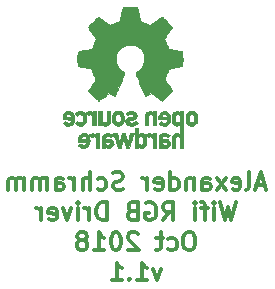
<source format=gbo>
%TF.GenerationSoftware,KiCad,Pcbnew,5.0.1*%
%TF.CreationDate,2018-11-26T07:17:36+01:00*%
%TF.ProjectId,leddings,6C656464696E67732E6B696361645F70,rev?*%
%TF.SameCoordinates,Original*%
%TF.FileFunction,Legend,Bot*%
%TF.FilePolarity,Positive*%
%FSLAX46Y46*%
G04 Gerber Fmt 4.6, Leading zero omitted, Abs format (unit mm)*
G04 Created by KiCad (PCBNEW 5.0.1) date Mo 26 Nov 2018 07:17:36 CET*
%MOMM*%
%LPD*%
G01*
G04 APERTURE LIST*
%ADD10C,0.300000*%
%ADD11C,0.010000*%
%ADD12C,2.600000*%
%ADD13R,2.600000X2.600000*%
%ADD14O,1.200000X1.900000*%
%ADD15C,1.450000*%
%ADD16C,5.600000*%
%ADD17C,1.500000*%
%ADD18O,1.700000X1.700000*%
%ADD19R,1.700000X1.700000*%
%ADD20C,1.700000*%
%ADD21C,3.000000*%
%ADD22R,3.000000X3.000000*%
G04 APERTURE END LIST*
D10*
X163800857Y-66275000D02*
X163086571Y-66275000D01*
X163943714Y-66703571D02*
X163443714Y-65203571D01*
X162943714Y-66703571D01*
X162229428Y-66703571D02*
X162372285Y-66632142D01*
X162443714Y-66489285D01*
X162443714Y-65203571D01*
X161086571Y-66632142D02*
X161229428Y-66703571D01*
X161515142Y-66703571D01*
X161658000Y-66632142D01*
X161729428Y-66489285D01*
X161729428Y-65917857D01*
X161658000Y-65775000D01*
X161515142Y-65703571D01*
X161229428Y-65703571D01*
X161086571Y-65775000D01*
X161015142Y-65917857D01*
X161015142Y-66060714D01*
X161729428Y-66203571D01*
X160515142Y-66703571D02*
X159729428Y-65703571D01*
X160515142Y-65703571D02*
X159729428Y-66703571D01*
X158515142Y-66703571D02*
X158515142Y-65917857D01*
X158586571Y-65775000D01*
X158729428Y-65703571D01*
X159015142Y-65703571D01*
X159158000Y-65775000D01*
X158515142Y-66632142D02*
X158658000Y-66703571D01*
X159015142Y-66703571D01*
X159158000Y-66632142D01*
X159229428Y-66489285D01*
X159229428Y-66346428D01*
X159158000Y-66203571D01*
X159015142Y-66132142D01*
X158658000Y-66132142D01*
X158515142Y-66060714D01*
X157800857Y-65703571D02*
X157800857Y-66703571D01*
X157800857Y-65846428D02*
X157729428Y-65775000D01*
X157586571Y-65703571D01*
X157372285Y-65703571D01*
X157229428Y-65775000D01*
X157158000Y-65917857D01*
X157158000Y-66703571D01*
X155800857Y-66703571D02*
X155800857Y-65203571D01*
X155800857Y-66632142D02*
X155943714Y-66703571D01*
X156229428Y-66703571D01*
X156372285Y-66632142D01*
X156443714Y-66560714D01*
X156515142Y-66417857D01*
X156515142Y-65989285D01*
X156443714Y-65846428D01*
X156372285Y-65775000D01*
X156229428Y-65703571D01*
X155943714Y-65703571D01*
X155800857Y-65775000D01*
X154515142Y-66632142D02*
X154658000Y-66703571D01*
X154943714Y-66703571D01*
X155086571Y-66632142D01*
X155158000Y-66489285D01*
X155158000Y-65917857D01*
X155086571Y-65775000D01*
X154943714Y-65703571D01*
X154658000Y-65703571D01*
X154515142Y-65775000D01*
X154443714Y-65917857D01*
X154443714Y-66060714D01*
X155158000Y-66203571D01*
X153800857Y-66703571D02*
X153800857Y-65703571D01*
X153800857Y-65989285D02*
X153729428Y-65846428D01*
X153658000Y-65775000D01*
X153515142Y-65703571D01*
X153372285Y-65703571D01*
X151800857Y-66632142D02*
X151586571Y-66703571D01*
X151229428Y-66703571D01*
X151086571Y-66632142D01*
X151015142Y-66560714D01*
X150943714Y-66417857D01*
X150943714Y-66275000D01*
X151015142Y-66132142D01*
X151086571Y-66060714D01*
X151229428Y-65989285D01*
X151515142Y-65917857D01*
X151658000Y-65846428D01*
X151729428Y-65775000D01*
X151800857Y-65632142D01*
X151800857Y-65489285D01*
X151729428Y-65346428D01*
X151658000Y-65275000D01*
X151515142Y-65203571D01*
X151158000Y-65203571D01*
X150943714Y-65275000D01*
X149658000Y-66632142D02*
X149800857Y-66703571D01*
X150086571Y-66703571D01*
X150229428Y-66632142D01*
X150300857Y-66560714D01*
X150372285Y-66417857D01*
X150372285Y-65989285D01*
X150300857Y-65846428D01*
X150229428Y-65775000D01*
X150086571Y-65703571D01*
X149800857Y-65703571D01*
X149658000Y-65775000D01*
X149015142Y-66703571D02*
X149015142Y-65203571D01*
X148372285Y-66703571D02*
X148372285Y-65917857D01*
X148443714Y-65775000D01*
X148586571Y-65703571D01*
X148800857Y-65703571D01*
X148943714Y-65775000D01*
X149015142Y-65846428D01*
X147658000Y-66703571D02*
X147658000Y-65703571D01*
X147658000Y-65989285D02*
X147586571Y-65846428D01*
X147515142Y-65775000D01*
X147372285Y-65703571D01*
X147229428Y-65703571D01*
X146086571Y-66703571D02*
X146086571Y-65917857D01*
X146158000Y-65775000D01*
X146300857Y-65703571D01*
X146586571Y-65703571D01*
X146729428Y-65775000D01*
X146086571Y-66632142D02*
X146229428Y-66703571D01*
X146586571Y-66703571D01*
X146729428Y-66632142D01*
X146800857Y-66489285D01*
X146800857Y-66346428D01*
X146729428Y-66203571D01*
X146586571Y-66132142D01*
X146229428Y-66132142D01*
X146086571Y-66060714D01*
X145372285Y-66703571D02*
X145372285Y-65703571D01*
X145372285Y-65846428D02*
X145300857Y-65775000D01*
X145158000Y-65703571D01*
X144943714Y-65703571D01*
X144800857Y-65775000D01*
X144729428Y-65917857D01*
X144729428Y-66703571D01*
X144729428Y-65917857D02*
X144658000Y-65775000D01*
X144515142Y-65703571D01*
X144300857Y-65703571D01*
X144158000Y-65775000D01*
X144086571Y-65917857D01*
X144086571Y-66703571D01*
X143372285Y-66703571D02*
X143372285Y-65703571D01*
X143372285Y-65846428D02*
X143300857Y-65775000D01*
X143158000Y-65703571D01*
X142943714Y-65703571D01*
X142800857Y-65775000D01*
X142729428Y-65917857D01*
X142729428Y-66703571D01*
X142729428Y-65917857D02*
X142658000Y-65775000D01*
X142515142Y-65703571D01*
X142300857Y-65703571D01*
X142158000Y-65775000D01*
X142086571Y-65917857D01*
X142086571Y-66703571D01*
X161336571Y-67753571D02*
X160979428Y-69253571D01*
X160693714Y-68182142D01*
X160408000Y-69253571D01*
X160050857Y-67753571D01*
X159479428Y-69253571D02*
X159479428Y-68253571D01*
X159479428Y-67753571D02*
X159550857Y-67825000D01*
X159479428Y-67896428D01*
X159408000Y-67825000D01*
X159479428Y-67753571D01*
X159479428Y-67896428D01*
X158979428Y-68253571D02*
X158408000Y-68253571D01*
X158765142Y-69253571D02*
X158765142Y-67967857D01*
X158693714Y-67825000D01*
X158550857Y-67753571D01*
X158408000Y-67753571D01*
X157908000Y-69253571D02*
X157908000Y-68253571D01*
X157908000Y-67753571D02*
X157979428Y-67825000D01*
X157908000Y-67896428D01*
X157836571Y-67825000D01*
X157908000Y-67753571D01*
X157908000Y-67896428D01*
X155193714Y-69253571D02*
X155693714Y-68539285D01*
X156050857Y-69253571D02*
X156050857Y-67753571D01*
X155479428Y-67753571D01*
X155336571Y-67825000D01*
X155265142Y-67896428D01*
X155193714Y-68039285D01*
X155193714Y-68253571D01*
X155265142Y-68396428D01*
X155336571Y-68467857D01*
X155479428Y-68539285D01*
X156050857Y-68539285D01*
X153765142Y-67825000D02*
X153908000Y-67753571D01*
X154122285Y-67753571D01*
X154336571Y-67825000D01*
X154479428Y-67967857D01*
X154550857Y-68110714D01*
X154622285Y-68396428D01*
X154622285Y-68610714D01*
X154550857Y-68896428D01*
X154479428Y-69039285D01*
X154336571Y-69182142D01*
X154122285Y-69253571D01*
X153979428Y-69253571D01*
X153765142Y-69182142D01*
X153693714Y-69110714D01*
X153693714Y-68610714D01*
X153979428Y-68610714D01*
X152550857Y-68467857D02*
X152336571Y-68539285D01*
X152265142Y-68610714D01*
X152193714Y-68753571D01*
X152193714Y-68967857D01*
X152265142Y-69110714D01*
X152336571Y-69182142D01*
X152479428Y-69253571D01*
X153050857Y-69253571D01*
X153050857Y-67753571D01*
X152550857Y-67753571D01*
X152408000Y-67825000D01*
X152336571Y-67896428D01*
X152265142Y-68039285D01*
X152265142Y-68182142D01*
X152336571Y-68325000D01*
X152408000Y-68396428D01*
X152550857Y-68467857D01*
X153050857Y-68467857D01*
X150408000Y-69253571D02*
X150408000Y-67753571D01*
X150050857Y-67753571D01*
X149836571Y-67825000D01*
X149693714Y-67967857D01*
X149622285Y-68110714D01*
X149550857Y-68396428D01*
X149550857Y-68610714D01*
X149622285Y-68896428D01*
X149693714Y-69039285D01*
X149836571Y-69182142D01*
X150050857Y-69253571D01*
X150408000Y-69253571D01*
X148908000Y-69253571D02*
X148908000Y-68253571D01*
X148908000Y-68539285D02*
X148836571Y-68396428D01*
X148765142Y-68325000D01*
X148622285Y-68253571D01*
X148479428Y-68253571D01*
X147979428Y-69253571D02*
X147979428Y-68253571D01*
X147979428Y-67753571D02*
X148050857Y-67825000D01*
X147979428Y-67896428D01*
X147908000Y-67825000D01*
X147979428Y-67753571D01*
X147979428Y-67896428D01*
X147408000Y-68253571D02*
X147050857Y-69253571D01*
X146693714Y-68253571D01*
X145550857Y-69182142D02*
X145693714Y-69253571D01*
X145979428Y-69253571D01*
X146122285Y-69182142D01*
X146193714Y-69039285D01*
X146193714Y-68467857D01*
X146122285Y-68325000D01*
X145979428Y-68253571D01*
X145693714Y-68253571D01*
X145550857Y-68325000D01*
X145479428Y-68467857D01*
X145479428Y-68610714D01*
X146193714Y-68753571D01*
X144836571Y-69253571D02*
X144836571Y-68253571D01*
X144836571Y-68539285D02*
X144765142Y-68396428D01*
X144693714Y-68325000D01*
X144550857Y-68253571D01*
X144408000Y-68253571D01*
X157550857Y-70303571D02*
X157265142Y-70303571D01*
X157122285Y-70375000D01*
X156979428Y-70517857D01*
X156908000Y-70803571D01*
X156908000Y-71303571D01*
X156979428Y-71589285D01*
X157122285Y-71732142D01*
X157265142Y-71803571D01*
X157550857Y-71803571D01*
X157693714Y-71732142D01*
X157836571Y-71589285D01*
X157908000Y-71303571D01*
X157908000Y-70803571D01*
X157836571Y-70517857D01*
X157693714Y-70375000D01*
X157550857Y-70303571D01*
X155622285Y-71732142D02*
X155765142Y-71803571D01*
X156050857Y-71803571D01*
X156193714Y-71732142D01*
X156265142Y-71660714D01*
X156336571Y-71517857D01*
X156336571Y-71089285D01*
X156265142Y-70946428D01*
X156193714Y-70875000D01*
X156050857Y-70803571D01*
X155765142Y-70803571D01*
X155622285Y-70875000D01*
X155193714Y-70803571D02*
X154622285Y-70803571D01*
X154979428Y-70303571D02*
X154979428Y-71589285D01*
X154908000Y-71732142D01*
X154765142Y-71803571D01*
X154622285Y-71803571D01*
X153050857Y-70446428D02*
X152979428Y-70375000D01*
X152836571Y-70303571D01*
X152479428Y-70303571D01*
X152336571Y-70375000D01*
X152265142Y-70446428D01*
X152193714Y-70589285D01*
X152193714Y-70732142D01*
X152265142Y-70946428D01*
X153122285Y-71803571D01*
X152193714Y-71803571D01*
X151265142Y-70303571D02*
X151122285Y-70303571D01*
X150979428Y-70375000D01*
X150908000Y-70446428D01*
X150836571Y-70589285D01*
X150765142Y-70875000D01*
X150765142Y-71232142D01*
X150836571Y-71517857D01*
X150908000Y-71660714D01*
X150979428Y-71732142D01*
X151122285Y-71803571D01*
X151265142Y-71803571D01*
X151408000Y-71732142D01*
X151479428Y-71660714D01*
X151550857Y-71517857D01*
X151622285Y-71232142D01*
X151622285Y-70875000D01*
X151550857Y-70589285D01*
X151479428Y-70446428D01*
X151408000Y-70375000D01*
X151265142Y-70303571D01*
X149336571Y-71803571D02*
X150193714Y-71803571D01*
X149765142Y-71803571D02*
X149765142Y-70303571D01*
X149908000Y-70517857D01*
X150050857Y-70660714D01*
X150193714Y-70732142D01*
X148479428Y-70946428D02*
X148622285Y-70875000D01*
X148693714Y-70803571D01*
X148765142Y-70660714D01*
X148765142Y-70589285D01*
X148693714Y-70446428D01*
X148622285Y-70375000D01*
X148479428Y-70303571D01*
X148193714Y-70303571D01*
X148050857Y-70375000D01*
X147979428Y-70446428D01*
X147908000Y-70589285D01*
X147908000Y-70660714D01*
X147979428Y-70803571D01*
X148050857Y-70875000D01*
X148193714Y-70946428D01*
X148479428Y-70946428D01*
X148622285Y-71017857D01*
X148693714Y-71089285D01*
X148765142Y-71232142D01*
X148765142Y-71517857D01*
X148693714Y-71660714D01*
X148622285Y-71732142D01*
X148479428Y-71803571D01*
X148193714Y-71803571D01*
X148050857Y-71732142D01*
X147979428Y-71660714D01*
X147908000Y-71517857D01*
X147908000Y-71232142D01*
X147979428Y-71089285D01*
X148050857Y-71017857D01*
X148193714Y-70946428D01*
X155050857Y-73353571D02*
X154693714Y-74353571D01*
X154336571Y-73353571D01*
X152979428Y-74353571D02*
X153836571Y-74353571D01*
X153408000Y-74353571D02*
X153408000Y-72853571D01*
X153550857Y-73067857D01*
X153693714Y-73210714D01*
X153836571Y-73282142D01*
X152336571Y-74210714D02*
X152265142Y-74282142D01*
X152336571Y-74353571D01*
X152408000Y-74282142D01*
X152336571Y-74210714D01*
X152336571Y-74353571D01*
X150836571Y-74353571D02*
X151693714Y-74353571D01*
X151265142Y-74353571D02*
X151265142Y-72853571D01*
X151408000Y-73067857D01*
X151550857Y-73210714D01*
X151693714Y-73282142D01*
D11*
G36*
X156180091Y-60059560D02*
X156127588Y-60085499D01*
X156062842Y-60130700D01*
X156015653Y-60179991D01*
X155983335Y-60241885D01*
X155963203Y-60324896D01*
X155952570Y-60437538D01*
X155948753Y-60588324D01*
X155948530Y-60653149D01*
X155949182Y-60795221D01*
X155951888Y-60896757D01*
X155957776Y-60967015D01*
X155967973Y-61015256D01*
X155983606Y-61050738D01*
X155999872Y-61074943D01*
X156103705Y-61177929D01*
X156225979Y-61239874D01*
X156357886Y-61258506D01*
X156490616Y-61231549D01*
X156532667Y-61212486D01*
X156633334Y-61160015D01*
X156633334Y-61982259D01*
X156559865Y-61944267D01*
X156463059Y-61914872D01*
X156344072Y-61907342D01*
X156225255Y-61921245D01*
X156135527Y-61952476D01*
X156061101Y-62011954D01*
X155997510Y-62097066D01*
X155992729Y-62105805D01*
X155972563Y-62146966D01*
X155957835Y-62188454D01*
X155947697Y-62238713D01*
X155941301Y-62306184D01*
X155937799Y-62399309D01*
X155936342Y-62526531D01*
X155936079Y-62669701D01*
X155936079Y-63126471D01*
X156210000Y-63126471D01*
X156210000Y-62284231D01*
X156286617Y-62219763D01*
X156366207Y-62168194D01*
X156441578Y-62158818D01*
X156517367Y-62182947D01*
X156557759Y-62206574D01*
X156587821Y-62240227D01*
X156609203Y-62291087D01*
X156623550Y-62366334D01*
X156632510Y-62473146D01*
X156637730Y-62618704D01*
X156639569Y-62715588D01*
X156645785Y-63114020D01*
X156776520Y-63121547D01*
X156907255Y-63129073D01*
X156907255Y-60656582D01*
X156633334Y-60656582D01*
X156626350Y-60794423D01*
X156602818Y-60890107D01*
X156558865Y-60949641D01*
X156490618Y-60979029D01*
X156421667Y-60984902D01*
X156343614Y-60978154D01*
X156291811Y-60951594D01*
X156259417Y-60916499D01*
X156233916Y-60878752D01*
X156218735Y-60836700D01*
X156211981Y-60777779D01*
X156211759Y-60689428D01*
X156214032Y-60615448D01*
X156219251Y-60504000D01*
X156227021Y-60430833D01*
X156240105Y-60384422D01*
X156261268Y-60353244D01*
X156281240Y-60335223D01*
X156364686Y-60295925D01*
X156463449Y-60289579D01*
X156520159Y-60303116D01*
X156576308Y-60351233D01*
X156613501Y-60444833D01*
X156631528Y-60583254D01*
X156633334Y-60656582D01*
X156907255Y-60656582D01*
X156907255Y-60038628D01*
X156770295Y-60038628D01*
X156688065Y-60041879D01*
X156645640Y-60053426D01*
X156633339Y-60075952D01*
X156633334Y-60076620D01*
X156627626Y-60098681D01*
X156602453Y-60096176D01*
X156552402Y-60071935D01*
X156435781Y-60034851D01*
X156304571Y-60030953D01*
X156180091Y-60059560D01*
X156180091Y-60059560D01*
G37*
X156180091Y-60059560D02*
X156127588Y-60085499D01*
X156062842Y-60130700D01*
X156015653Y-60179991D01*
X155983335Y-60241885D01*
X155963203Y-60324896D01*
X155952570Y-60437538D01*
X155948753Y-60588324D01*
X155948530Y-60653149D01*
X155949182Y-60795221D01*
X155951888Y-60896757D01*
X155957776Y-60967015D01*
X155967973Y-61015256D01*
X155983606Y-61050738D01*
X155999872Y-61074943D01*
X156103705Y-61177929D01*
X156225979Y-61239874D01*
X156357886Y-61258506D01*
X156490616Y-61231549D01*
X156532667Y-61212486D01*
X156633334Y-61160015D01*
X156633334Y-61982259D01*
X156559865Y-61944267D01*
X156463059Y-61914872D01*
X156344072Y-61907342D01*
X156225255Y-61921245D01*
X156135527Y-61952476D01*
X156061101Y-62011954D01*
X155997510Y-62097066D01*
X155992729Y-62105805D01*
X155972563Y-62146966D01*
X155957835Y-62188454D01*
X155947697Y-62238713D01*
X155941301Y-62306184D01*
X155937799Y-62399309D01*
X155936342Y-62526531D01*
X155936079Y-62669701D01*
X155936079Y-63126471D01*
X156210000Y-63126471D01*
X156210000Y-62284231D01*
X156286617Y-62219763D01*
X156366207Y-62168194D01*
X156441578Y-62158818D01*
X156517367Y-62182947D01*
X156557759Y-62206574D01*
X156587821Y-62240227D01*
X156609203Y-62291087D01*
X156623550Y-62366334D01*
X156632510Y-62473146D01*
X156637730Y-62618704D01*
X156639569Y-62715588D01*
X156645785Y-63114020D01*
X156776520Y-63121547D01*
X156907255Y-63129073D01*
X156907255Y-60656582D01*
X156633334Y-60656582D01*
X156626350Y-60794423D01*
X156602818Y-60890107D01*
X156558865Y-60949641D01*
X156490618Y-60979029D01*
X156421667Y-60984902D01*
X156343614Y-60978154D01*
X156291811Y-60951594D01*
X156259417Y-60916499D01*
X156233916Y-60878752D01*
X156218735Y-60836700D01*
X156211981Y-60777779D01*
X156211759Y-60689428D01*
X156214032Y-60615448D01*
X156219251Y-60504000D01*
X156227021Y-60430833D01*
X156240105Y-60384422D01*
X156261268Y-60353244D01*
X156281240Y-60335223D01*
X156364686Y-60295925D01*
X156463449Y-60289579D01*
X156520159Y-60303116D01*
X156576308Y-60351233D01*
X156613501Y-60444833D01*
X156631528Y-60583254D01*
X156633334Y-60656582D01*
X156907255Y-60656582D01*
X156907255Y-60038628D01*
X156770295Y-60038628D01*
X156688065Y-60041879D01*
X156645640Y-60053426D01*
X156633339Y-60075952D01*
X156633334Y-60076620D01*
X156627626Y-60098681D01*
X156602453Y-60096176D01*
X156552402Y-60071935D01*
X156435781Y-60034851D01*
X156304571Y-60030953D01*
X156180091Y-60059560D01*
G36*
X155141280Y-61915922D02*
X155024130Y-61947180D01*
X154934949Y-62003837D01*
X154872016Y-62078045D01*
X154852452Y-62109716D01*
X154838008Y-62142891D01*
X154827911Y-62185329D01*
X154821385Y-62244788D01*
X154817658Y-62329029D01*
X154815954Y-62445810D01*
X154815500Y-62602890D01*
X154815491Y-62644565D01*
X154815491Y-63126471D01*
X154935020Y-63126471D01*
X155011261Y-63121131D01*
X155067634Y-63107604D01*
X155081758Y-63099262D01*
X155120370Y-63084864D01*
X155159808Y-63099262D01*
X155224738Y-63117237D01*
X155319055Y-63124472D01*
X155423593Y-63121333D01*
X155519189Y-63108186D01*
X155575000Y-63091318D01*
X155683002Y-63021986D01*
X155750497Y-62925772D01*
X155780841Y-62797844D01*
X155781123Y-62794559D01*
X155778460Y-62737808D01*
X155537647Y-62737808D01*
X155516595Y-62802358D01*
X155482303Y-62838686D01*
X155413468Y-62866162D01*
X155322610Y-62877129D01*
X155229958Y-62871731D01*
X155155744Y-62850110D01*
X155134951Y-62836239D01*
X155098619Y-62772143D01*
X155089412Y-62699278D01*
X155089412Y-62603530D01*
X155227173Y-62603530D01*
X155358047Y-62613605D01*
X155457259Y-62642148D01*
X155518977Y-62686639D01*
X155537647Y-62737808D01*
X155778460Y-62737808D01*
X155774564Y-62654790D01*
X155728466Y-62544282D01*
X155641800Y-62460712D01*
X155629821Y-62453110D01*
X155578345Y-62428357D01*
X155514632Y-62413368D01*
X155425565Y-62406082D01*
X155319755Y-62404407D01*
X155089412Y-62404314D01*
X155089412Y-62307755D01*
X155099183Y-62232836D01*
X155124116Y-62182644D01*
X155127035Y-62179972D01*
X155182519Y-62158015D01*
X155266273Y-62149505D01*
X155358833Y-62153687D01*
X155440730Y-62169809D01*
X155489327Y-62193990D01*
X155515659Y-62213359D01*
X155543465Y-62217057D01*
X155581839Y-62201188D01*
X155639875Y-62161855D01*
X155726669Y-62095164D01*
X155734635Y-62088916D01*
X155730553Y-62065800D01*
X155696499Y-62027352D01*
X155644740Y-61984627D01*
X155587545Y-61948679D01*
X155569575Y-61940191D01*
X155504028Y-61923252D01*
X155407980Y-61911170D01*
X155300671Y-61906323D01*
X155295653Y-61906313D01*
X155141280Y-61915922D01*
X155141280Y-61915922D01*
G37*
X155141280Y-61915922D02*
X155024130Y-61947180D01*
X154934949Y-62003837D01*
X154872016Y-62078045D01*
X154852452Y-62109716D01*
X154838008Y-62142891D01*
X154827911Y-62185329D01*
X154821385Y-62244788D01*
X154817658Y-62329029D01*
X154815954Y-62445810D01*
X154815500Y-62602890D01*
X154815491Y-62644565D01*
X154815491Y-63126471D01*
X154935020Y-63126471D01*
X155011261Y-63121131D01*
X155067634Y-63107604D01*
X155081758Y-63099262D01*
X155120370Y-63084864D01*
X155159808Y-63099262D01*
X155224738Y-63117237D01*
X155319055Y-63124472D01*
X155423593Y-63121333D01*
X155519189Y-63108186D01*
X155575000Y-63091318D01*
X155683002Y-63021986D01*
X155750497Y-62925772D01*
X155780841Y-62797844D01*
X155781123Y-62794559D01*
X155778460Y-62737808D01*
X155537647Y-62737808D01*
X155516595Y-62802358D01*
X155482303Y-62838686D01*
X155413468Y-62866162D01*
X155322610Y-62877129D01*
X155229958Y-62871731D01*
X155155744Y-62850110D01*
X155134951Y-62836239D01*
X155098619Y-62772143D01*
X155089412Y-62699278D01*
X155089412Y-62603530D01*
X155227173Y-62603530D01*
X155358047Y-62613605D01*
X155457259Y-62642148D01*
X155518977Y-62686639D01*
X155537647Y-62737808D01*
X155778460Y-62737808D01*
X155774564Y-62654790D01*
X155728466Y-62544282D01*
X155641800Y-62460712D01*
X155629821Y-62453110D01*
X155578345Y-62428357D01*
X155514632Y-62413368D01*
X155425565Y-62406082D01*
X155319755Y-62404407D01*
X155089412Y-62404314D01*
X155089412Y-62307755D01*
X155099183Y-62232836D01*
X155124116Y-62182644D01*
X155127035Y-62179972D01*
X155182519Y-62158015D01*
X155266273Y-62149505D01*
X155358833Y-62153687D01*
X155440730Y-62169809D01*
X155489327Y-62193990D01*
X155515659Y-62213359D01*
X155543465Y-62217057D01*
X155581839Y-62201188D01*
X155639875Y-62161855D01*
X155726669Y-62095164D01*
X155734635Y-62088916D01*
X155730553Y-62065800D01*
X155696499Y-62027352D01*
X155644740Y-61984627D01*
X155587545Y-61948679D01*
X155569575Y-61940191D01*
X155504028Y-61923252D01*
X155407980Y-61911170D01*
X155300671Y-61906323D01*
X155295653Y-61906313D01*
X155141280Y-61915922D01*
G36*
X154367236Y-61908921D02*
X154329970Y-61920091D01*
X154317957Y-61944633D01*
X154317451Y-61955712D01*
X154315296Y-61986572D01*
X154300449Y-61991417D01*
X154260343Y-61970260D01*
X154236520Y-61955806D01*
X154161362Y-61924850D01*
X154071594Y-61909544D01*
X153977471Y-61908367D01*
X153889246Y-61919799D01*
X153817174Y-61942320D01*
X153771508Y-61974409D01*
X153762502Y-62014545D01*
X153767047Y-62025415D01*
X153800179Y-62070534D01*
X153851555Y-62126026D01*
X153860848Y-62134996D01*
X153909818Y-62176245D01*
X153952069Y-62189572D01*
X154011159Y-62180271D01*
X154034831Y-62174090D01*
X154108496Y-62159246D01*
X154160290Y-62165921D01*
X154204031Y-62189465D01*
X154244098Y-62221061D01*
X154273608Y-62260798D01*
X154294116Y-62316252D01*
X154307176Y-62395003D01*
X154314344Y-62504629D01*
X154317176Y-62652706D01*
X154317451Y-62742111D01*
X154317451Y-63126471D01*
X154566471Y-63126471D01*
X154566471Y-61906275D01*
X154441961Y-61906275D01*
X154367236Y-61908921D01*
X154367236Y-61908921D01*
G37*
X154367236Y-61908921D02*
X154329970Y-61920091D01*
X154317957Y-61944633D01*
X154317451Y-61955712D01*
X154315296Y-61986572D01*
X154300449Y-61991417D01*
X154260343Y-61970260D01*
X154236520Y-61955806D01*
X154161362Y-61924850D01*
X154071594Y-61909544D01*
X153977471Y-61908367D01*
X153889246Y-61919799D01*
X153817174Y-61942320D01*
X153771508Y-61974409D01*
X153762502Y-62014545D01*
X153767047Y-62025415D01*
X153800179Y-62070534D01*
X153851555Y-62126026D01*
X153860848Y-62134996D01*
X153909818Y-62176245D01*
X153952069Y-62189572D01*
X154011159Y-62180271D01*
X154034831Y-62174090D01*
X154108496Y-62159246D01*
X154160290Y-62165921D01*
X154204031Y-62189465D01*
X154244098Y-62221061D01*
X154273608Y-62260798D01*
X154294116Y-62316252D01*
X154307176Y-62395003D01*
X154314344Y-62504629D01*
X154317176Y-62652706D01*
X154317451Y-62742111D01*
X154317451Y-63126471D01*
X154566471Y-63126471D01*
X154566471Y-61906275D01*
X154441961Y-61906275D01*
X154367236Y-61908921D01*
G36*
X152798432Y-63126471D02*
X152935393Y-63126471D01*
X153014889Y-63124140D01*
X153056292Y-63114488D01*
X153071199Y-63093525D01*
X153072353Y-63079351D01*
X153074867Y-63050927D01*
X153090720Y-63045475D01*
X153132379Y-63062998D01*
X153164776Y-63079351D01*
X153289151Y-63118103D01*
X153424354Y-63120346D01*
X153534274Y-63091444D01*
X153636634Y-63021619D01*
X153714660Y-62918555D01*
X153757386Y-62796989D01*
X153758474Y-62790192D01*
X153764822Y-62716032D01*
X153767979Y-62609570D01*
X153767725Y-62529052D01*
X153495711Y-62529052D01*
X153489410Y-62636070D01*
X153475075Y-62724278D01*
X153455669Y-62774090D01*
X153382254Y-62842162D01*
X153295086Y-62866564D01*
X153205196Y-62846831D01*
X153128383Y-62787968D01*
X153099292Y-62748379D01*
X153082283Y-62701138D01*
X153074316Y-62632181D01*
X153072353Y-62528607D01*
X153075866Y-62426039D01*
X153085143Y-62335921D01*
X153098294Y-62275613D01*
X153100486Y-62270208D01*
X153153522Y-62205940D01*
X153230933Y-62170656D01*
X153317546Y-62164959D01*
X153398193Y-62189453D01*
X153457703Y-62244742D01*
X153463876Y-62255743D01*
X153483199Y-62322827D01*
X153493726Y-62419284D01*
X153495711Y-62529052D01*
X153767725Y-62529052D01*
X153767596Y-62488225D01*
X153765806Y-62422918D01*
X153753627Y-62261355D01*
X153728315Y-62140053D01*
X153686207Y-62050379D01*
X153623641Y-61983699D01*
X153562900Y-61944557D01*
X153478036Y-61917040D01*
X153372485Y-61907603D01*
X153264402Y-61915290D01*
X153171942Y-61939146D01*
X153123090Y-61967685D01*
X153072353Y-62013601D01*
X153072353Y-61433137D01*
X152798432Y-61433137D01*
X152798432Y-63126471D01*
X152798432Y-63126471D01*
G37*
X152798432Y-63126471D02*
X152935393Y-63126471D01*
X153014889Y-63124140D01*
X153056292Y-63114488D01*
X153071199Y-63093525D01*
X153072353Y-63079351D01*
X153074867Y-63050927D01*
X153090720Y-63045475D01*
X153132379Y-63062998D01*
X153164776Y-63079351D01*
X153289151Y-63118103D01*
X153424354Y-63120346D01*
X153534274Y-63091444D01*
X153636634Y-63021619D01*
X153714660Y-62918555D01*
X153757386Y-62796989D01*
X153758474Y-62790192D01*
X153764822Y-62716032D01*
X153767979Y-62609570D01*
X153767725Y-62529052D01*
X153495711Y-62529052D01*
X153489410Y-62636070D01*
X153475075Y-62724278D01*
X153455669Y-62774090D01*
X153382254Y-62842162D01*
X153295086Y-62866564D01*
X153205196Y-62846831D01*
X153128383Y-62787968D01*
X153099292Y-62748379D01*
X153082283Y-62701138D01*
X153074316Y-62632181D01*
X153072353Y-62528607D01*
X153075866Y-62426039D01*
X153085143Y-62335921D01*
X153098294Y-62275613D01*
X153100486Y-62270208D01*
X153153522Y-62205940D01*
X153230933Y-62170656D01*
X153317546Y-62164959D01*
X153398193Y-62189453D01*
X153457703Y-62244742D01*
X153463876Y-62255743D01*
X153483199Y-62322827D01*
X153493726Y-62419284D01*
X153495711Y-62529052D01*
X153767725Y-62529052D01*
X153767596Y-62488225D01*
X153765806Y-62422918D01*
X153753627Y-62261355D01*
X153728315Y-62140053D01*
X153686207Y-62050379D01*
X153623641Y-61983699D01*
X153562900Y-61944557D01*
X153478036Y-61917040D01*
X153372485Y-61907603D01*
X153264402Y-61915290D01*
X153171942Y-61939146D01*
X153123090Y-61967685D01*
X153072353Y-62013601D01*
X153072353Y-61433137D01*
X152798432Y-61433137D01*
X152798432Y-63126471D01*
G36*
X151842472Y-61911332D02*
X151743986Y-61918726D01*
X151615224Y-62304706D01*
X151486463Y-62690686D01*
X151446089Y-62553726D01*
X151421793Y-62469083D01*
X151389833Y-62354697D01*
X151355321Y-62228963D01*
X151337072Y-62161520D01*
X151268429Y-61906275D01*
X150985227Y-61906275D01*
X151069878Y-62173971D01*
X151111565Y-62305638D01*
X151161926Y-62464458D01*
X151214519Y-62630128D01*
X151261470Y-62777843D01*
X151368411Y-63114020D01*
X151599339Y-63129044D01*
X151661950Y-62922316D01*
X151700562Y-62793896D01*
X151742700Y-62652322D01*
X151779528Y-62527285D01*
X151780982Y-62522309D01*
X151808489Y-62437586D01*
X151832758Y-62379778D01*
X151849757Y-62357918D01*
X151853250Y-62360446D01*
X151865510Y-62394336D01*
X151888805Y-62466930D01*
X151920300Y-62569101D01*
X151957158Y-62691720D01*
X151977101Y-62759167D01*
X152085105Y-63126471D01*
X152314321Y-63126471D01*
X152497561Y-62547500D01*
X152549037Y-62385091D01*
X152595930Y-62237602D01*
X152636023Y-62111960D01*
X152667103Y-62015095D01*
X152686955Y-61953934D01*
X152692989Y-61936065D01*
X152688212Y-61917768D01*
X152650703Y-61909755D01*
X152572645Y-61910557D01*
X152560426Y-61911163D01*
X152415674Y-61918726D01*
X152320870Y-62267353D01*
X152286023Y-62394497D01*
X152254883Y-62506265D01*
X152230191Y-62592953D01*
X152214688Y-62644856D01*
X152211824Y-62653318D01*
X152199954Y-62643587D01*
X152176017Y-62593172D01*
X152142761Y-62508935D01*
X152102936Y-62397741D01*
X152069270Y-62297297D01*
X151940959Y-61903939D01*
X151842472Y-61911332D01*
X151842472Y-61911332D01*
G37*
X151842472Y-61911332D02*
X151743986Y-61918726D01*
X151615224Y-62304706D01*
X151486463Y-62690686D01*
X151446089Y-62553726D01*
X151421793Y-62469083D01*
X151389833Y-62354697D01*
X151355321Y-62228963D01*
X151337072Y-62161520D01*
X151268429Y-61906275D01*
X150985227Y-61906275D01*
X151069878Y-62173971D01*
X151111565Y-62305638D01*
X151161926Y-62464458D01*
X151214519Y-62630128D01*
X151261470Y-62777843D01*
X151368411Y-63114020D01*
X151599339Y-63129044D01*
X151661950Y-62922316D01*
X151700562Y-62793896D01*
X151742700Y-62652322D01*
X151779528Y-62527285D01*
X151780982Y-62522309D01*
X151808489Y-62437586D01*
X151832758Y-62379778D01*
X151849757Y-62357918D01*
X151853250Y-62360446D01*
X151865510Y-62394336D01*
X151888805Y-62466930D01*
X151920300Y-62569101D01*
X151957158Y-62691720D01*
X151977101Y-62759167D01*
X152085105Y-63126471D01*
X152314321Y-63126471D01*
X152497561Y-62547500D01*
X152549037Y-62385091D01*
X152595930Y-62237602D01*
X152636023Y-62111960D01*
X152667103Y-62015095D01*
X152686955Y-61953934D01*
X152692989Y-61936065D01*
X152688212Y-61917768D01*
X152650703Y-61909755D01*
X152572645Y-61910557D01*
X152560426Y-61911163D01*
X152415674Y-61918726D01*
X152320870Y-62267353D01*
X152286023Y-62394497D01*
X152254883Y-62506265D01*
X152230191Y-62592953D01*
X152214688Y-62644856D01*
X152211824Y-62653318D01*
X152199954Y-62643587D01*
X152176017Y-62593172D01*
X152142761Y-62508935D01*
X152102936Y-62397741D01*
X152069270Y-62297297D01*
X151940959Y-61903939D01*
X151842472Y-61911332D01*
G36*
X150343541Y-61913669D02*
X150238580Y-61939163D01*
X150208239Y-61952669D01*
X150149427Y-61988046D01*
X150104291Y-62027890D01*
X150070894Y-62079120D01*
X150047299Y-62148654D01*
X150031567Y-62243409D01*
X150021761Y-62370305D01*
X150015943Y-62536258D01*
X150013734Y-62647108D01*
X150005604Y-63126471D01*
X150144469Y-63126471D01*
X150228713Y-63122938D01*
X150272116Y-63110866D01*
X150283334Y-63090594D01*
X150289256Y-63068674D01*
X150315734Y-63072865D01*
X150351814Y-63090441D01*
X150442138Y-63117382D01*
X150558223Y-63124642D01*
X150680320Y-63112767D01*
X150788679Y-63082305D01*
X150798398Y-63078077D01*
X150897432Y-63008505D01*
X150962719Y-62911789D01*
X150992760Y-62798738D01*
X150990465Y-62758122D01*
X150745367Y-62758122D01*
X150723771Y-62812782D01*
X150659741Y-62851952D01*
X150556435Y-62872974D01*
X150501226Y-62875766D01*
X150409218Y-62868620D01*
X150348059Y-62840848D01*
X150333138Y-62827647D01*
X150292713Y-62755829D01*
X150283334Y-62690686D01*
X150283334Y-62603530D01*
X150404731Y-62603530D01*
X150545847Y-62610722D01*
X150644827Y-62633345D01*
X150707367Y-62672964D01*
X150721369Y-62690628D01*
X150745367Y-62758122D01*
X150990465Y-62758122D01*
X150986059Y-62680157D01*
X150941120Y-62566855D01*
X150879804Y-62490285D01*
X150842668Y-62457181D01*
X150806313Y-62435425D01*
X150759010Y-62422161D01*
X150689027Y-62414528D01*
X150584636Y-62409670D01*
X150543230Y-62408273D01*
X150283334Y-62399780D01*
X150283715Y-62321116D01*
X150293781Y-62238428D01*
X150330171Y-62188431D01*
X150403689Y-62156489D01*
X150405661Y-62155920D01*
X150509895Y-62143361D01*
X150611892Y-62159766D01*
X150687695Y-62199657D01*
X150718110Y-62219354D01*
X150750868Y-62216629D01*
X150801279Y-62188091D01*
X150830881Y-62167950D01*
X150888782Y-62124919D01*
X150924648Y-62092662D01*
X150930403Y-62083427D01*
X150906705Y-62035636D01*
X150836687Y-61978562D01*
X150806275Y-61959305D01*
X150718845Y-61926140D01*
X150601017Y-61907350D01*
X150470134Y-61903129D01*
X150343541Y-61913669D01*
X150343541Y-61913669D01*
G37*
X150343541Y-61913669D02*
X150238580Y-61939163D01*
X150208239Y-61952669D01*
X150149427Y-61988046D01*
X150104291Y-62027890D01*
X150070894Y-62079120D01*
X150047299Y-62148654D01*
X150031567Y-62243409D01*
X150021761Y-62370305D01*
X150015943Y-62536258D01*
X150013734Y-62647108D01*
X150005604Y-63126471D01*
X150144469Y-63126471D01*
X150228713Y-63122938D01*
X150272116Y-63110866D01*
X150283334Y-63090594D01*
X150289256Y-63068674D01*
X150315734Y-63072865D01*
X150351814Y-63090441D01*
X150442138Y-63117382D01*
X150558223Y-63124642D01*
X150680320Y-63112767D01*
X150788679Y-63082305D01*
X150798398Y-63078077D01*
X150897432Y-63008505D01*
X150962719Y-62911789D01*
X150992760Y-62798738D01*
X150990465Y-62758122D01*
X150745367Y-62758122D01*
X150723771Y-62812782D01*
X150659741Y-62851952D01*
X150556435Y-62872974D01*
X150501226Y-62875766D01*
X150409218Y-62868620D01*
X150348059Y-62840848D01*
X150333138Y-62827647D01*
X150292713Y-62755829D01*
X150283334Y-62690686D01*
X150283334Y-62603530D01*
X150404731Y-62603530D01*
X150545847Y-62610722D01*
X150644827Y-62633345D01*
X150707367Y-62672964D01*
X150721369Y-62690628D01*
X150745367Y-62758122D01*
X150990465Y-62758122D01*
X150986059Y-62680157D01*
X150941120Y-62566855D01*
X150879804Y-62490285D01*
X150842668Y-62457181D01*
X150806313Y-62435425D01*
X150759010Y-62422161D01*
X150689027Y-62414528D01*
X150584636Y-62409670D01*
X150543230Y-62408273D01*
X150283334Y-62399780D01*
X150283715Y-62321116D01*
X150293781Y-62238428D01*
X150330171Y-62188431D01*
X150403689Y-62156489D01*
X150405661Y-62155920D01*
X150509895Y-62143361D01*
X150611892Y-62159766D01*
X150687695Y-62199657D01*
X150718110Y-62219354D01*
X150750868Y-62216629D01*
X150801279Y-62188091D01*
X150830881Y-62167950D01*
X150888782Y-62124919D01*
X150924648Y-62092662D01*
X150930403Y-62083427D01*
X150906705Y-62035636D01*
X150836687Y-61978562D01*
X150806275Y-61959305D01*
X150718845Y-61926140D01*
X150601017Y-61907350D01*
X150470134Y-61903129D01*
X150343541Y-61913669D01*
G36*
X149161554Y-61905883D02*
X149065823Y-61924755D01*
X149011323Y-61952699D01*
X148953992Y-61999123D01*
X149035559Y-62102111D01*
X149085850Y-62164479D01*
X149119999Y-62194907D01*
X149153937Y-62199555D01*
X149203594Y-62184586D01*
X149226904Y-62176117D01*
X149321937Y-62163622D01*
X149408968Y-62190406D01*
X149472862Y-62250915D01*
X149483241Y-62270208D01*
X149494544Y-62321314D01*
X149503268Y-62415500D01*
X149509003Y-62546089D01*
X149511340Y-62706405D01*
X149511373Y-62729211D01*
X149511373Y-63126471D01*
X149785295Y-63126471D01*
X149785295Y-61906275D01*
X149648334Y-61906275D01*
X149569362Y-61908337D01*
X149528221Y-61917513D01*
X149513008Y-61938290D01*
X149511373Y-61957886D01*
X149511373Y-62009497D01*
X149445760Y-61957886D01*
X149370525Y-61922675D01*
X149269456Y-61905265D01*
X149161554Y-61905883D01*
X149161554Y-61905883D01*
G37*
X149161554Y-61905883D02*
X149065823Y-61924755D01*
X149011323Y-61952699D01*
X148953992Y-61999123D01*
X149035559Y-62102111D01*
X149085850Y-62164479D01*
X149119999Y-62194907D01*
X149153937Y-62199555D01*
X149203594Y-62184586D01*
X149226904Y-62176117D01*
X149321937Y-62163622D01*
X149408968Y-62190406D01*
X149472862Y-62250915D01*
X149483241Y-62270208D01*
X149494544Y-62321314D01*
X149503268Y-62415500D01*
X149509003Y-62546089D01*
X149511340Y-62706405D01*
X149511373Y-62729211D01*
X149511373Y-63126471D01*
X149785295Y-63126471D01*
X149785295Y-61906275D01*
X149648334Y-61906275D01*
X149569362Y-61908337D01*
X149528221Y-61917513D01*
X149513008Y-61938290D01*
X149511373Y-61957886D01*
X149511373Y-62009497D01*
X149445760Y-61957886D01*
X149370525Y-61922675D01*
X149269456Y-61905265D01*
X149161554Y-61905883D01*
G36*
X148374693Y-61912784D02*
X148255663Y-61943731D01*
X148155979Y-62007600D01*
X148107712Y-62055313D01*
X148028592Y-62168106D01*
X147983248Y-62298950D01*
X147967670Y-62459792D01*
X147967590Y-62472794D01*
X147967451Y-62603530D01*
X148719909Y-62603530D01*
X148703870Y-62672010D01*
X148674909Y-62734031D01*
X148624222Y-62798654D01*
X148613621Y-62808971D01*
X148522506Y-62864805D01*
X148418600Y-62874275D01*
X148299000Y-62837540D01*
X148278726Y-62827647D01*
X148216544Y-62797574D01*
X148174894Y-62780440D01*
X148167627Y-62778855D01*
X148142260Y-62794242D01*
X148093880Y-62831887D01*
X148069321Y-62852459D01*
X148018430Y-62899714D01*
X148001719Y-62930917D01*
X148013317Y-62959620D01*
X148019517Y-62967468D01*
X148061507Y-63001819D01*
X148130794Y-63043565D01*
X148179118Y-63067935D01*
X148316289Y-63110873D01*
X148468153Y-63124786D01*
X148611976Y-63108300D01*
X148652255Y-63096496D01*
X148776922Y-63029689D01*
X148869329Y-62926892D01*
X148930010Y-62787105D01*
X148959502Y-62609330D01*
X148962740Y-62516373D01*
X148953286Y-62381033D01*
X148714510Y-62381033D01*
X148691416Y-62391038D01*
X148629338Y-62398888D01*
X148539086Y-62403521D01*
X148477942Y-62404314D01*
X148367960Y-62403549D01*
X148298543Y-62399970D01*
X148260462Y-62391649D01*
X148244485Y-62376657D01*
X148241373Y-62354903D01*
X148262722Y-62287892D01*
X148316471Y-62221664D01*
X148387178Y-62170832D01*
X148457911Y-62150038D01*
X148553984Y-62168484D01*
X148637151Y-62221811D01*
X148694814Y-62298677D01*
X148714510Y-62381033D01*
X148953286Y-62381033D01*
X148948972Y-62319291D01*
X148906480Y-62162271D01*
X148834365Y-62044069D01*
X148731727Y-61963440D01*
X148597668Y-61919139D01*
X148525043Y-61910607D01*
X148374693Y-61912784D01*
X148374693Y-61912784D01*
G37*
X148374693Y-61912784D02*
X148255663Y-61943731D01*
X148155979Y-62007600D01*
X148107712Y-62055313D01*
X148028592Y-62168106D01*
X147983248Y-62298950D01*
X147967670Y-62459792D01*
X147967590Y-62472794D01*
X147967451Y-62603530D01*
X148719909Y-62603530D01*
X148703870Y-62672010D01*
X148674909Y-62734031D01*
X148624222Y-62798654D01*
X148613621Y-62808971D01*
X148522506Y-62864805D01*
X148418600Y-62874275D01*
X148299000Y-62837540D01*
X148278726Y-62827647D01*
X148216544Y-62797574D01*
X148174894Y-62780440D01*
X148167627Y-62778855D01*
X148142260Y-62794242D01*
X148093880Y-62831887D01*
X148069321Y-62852459D01*
X148018430Y-62899714D01*
X148001719Y-62930917D01*
X148013317Y-62959620D01*
X148019517Y-62967468D01*
X148061507Y-63001819D01*
X148130794Y-63043565D01*
X148179118Y-63067935D01*
X148316289Y-63110873D01*
X148468153Y-63124786D01*
X148611976Y-63108300D01*
X148652255Y-63096496D01*
X148776922Y-63029689D01*
X148869329Y-62926892D01*
X148930010Y-62787105D01*
X148959502Y-62609330D01*
X148962740Y-62516373D01*
X148953286Y-62381033D01*
X148714510Y-62381033D01*
X148691416Y-62391038D01*
X148629338Y-62398888D01*
X148539086Y-62403521D01*
X148477942Y-62404314D01*
X148367960Y-62403549D01*
X148298543Y-62399970D01*
X148260462Y-62391649D01*
X148244485Y-62376657D01*
X148241373Y-62354903D01*
X148262722Y-62287892D01*
X148316471Y-62221664D01*
X148387178Y-62170832D01*
X148457911Y-62150038D01*
X148553984Y-62168484D01*
X148637151Y-62221811D01*
X148694814Y-62298677D01*
X148714510Y-62381033D01*
X148953286Y-62381033D01*
X148948972Y-62319291D01*
X148906480Y-62162271D01*
X148834365Y-62044069D01*
X148731727Y-61963440D01*
X148597668Y-61919139D01*
X148525043Y-61910607D01*
X148374693Y-61912784D01*
G36*
X157426753Y-60051568D02*
X157296478Y-60109163D01*
X157197581Y-60205334D01*
X157129918Y-60340229D01*
X157093345Y-60513996D01*
X157090724Y-60541126D01*
X157088670Y-60732408D01*
X157115301Y-60900073D01*
X157168999Y-61035967D01*
X157197753Y-61079681D01*
X157297909Y-61172198D01*
X157425463Y-61232119D01*
X157568163Y-61256985D01*
X157713760Y-61244339D01*
X157824438Y-61205391D01*
X157919616Y-61139755D01*
X157997406Y-61053699D01*
X157998751Y-61051685D01*
X158030343Y-60998570D01*
X158050873Y-60945160D01*
X158063305Y-60877754D01*
X158070603Y-60782653D01*
X158073818Y-60704666D01*
X158075156Y-60633944D01*
X157826186Y-60633944D01*
X157823753Y-60704348D01*
X157814920Y-60798068D01*
X157799336Y-60858214D01*
X157771234Y-60901006D01*
X157744914Y-60926002D01*
X157651608Y-60978338D01*
X157553980Y-60985333D01*
X157463058Y-60947676D01*
X157417598Y-60905479D01*
X157384838Y-60862956D01*
X157365677Y-60822267D01*
X157357267Y-60769314D01*
X157356763Y-60689997D01*
X157359355Y-60616950D01*
X157364929Y-60512601D01*
X157373766Y-60444920D01*
X157389693Y-60400774D01*
X157416538Y-60367031D01*
X157437811Y-60347746D01*
X157526794Y-60297086D01*
X157622789Y-60294560D01*
X157703281Y-60324567D01*
X157771947Y-60387231D01*
X157812856Y-60490168D01*
X157826186Y-60633944D01*
X158075156Y-60633944D01*
X158076754Y-60549582D01*
X158071740Y-60433600D01*
X158056717Y-60346367D01*
X158029624Y-60277530D01*
X157988400Y-60216737D01*
X157973115Y-60198686D01*
X157877546Y-60108746D01*
X157775039Y-60056211D01*
X157649679Y-60034201D01*
X157588550Y-60032402D01*
X157426753Y-60051568D01*
X157426753Y-60051568D01*
G37*
X157426753Y-60051568D02*
X157296478Y-60109163D01*
X157197581Y-60205334D01*
X157129918Y-60340229D01*
X157093345Y-60513996D01*
X157090724Y-60541126D01*
X157088670Y-60732408D01*
X157115301Y-60900073D01*
X157168999Y-61035967D01*
X157197753Y-61079681D01*
X157297909Y-61172198D01*
X157425463Y-61232119D01*
X157568163Y-61256985D01*
X157713760Y-61244339D01*
X157824438Y-61205391D01*
X157919616Y-61139755D01*
X157997406Y-61053699D01*
X157998751Y-61051685D01*
X158030343Y-60998570D01*
X158050873Y-60945160D01*
X158063305Y-60877754D01*
X158070603Y-60782653D01*
X158073818Y-60704666D01*
X158075156Y-60633944D01*
X157826186Y-60633944D01*
X157823753Y-60704348D01*
X157814920Y-60798068D01*
X157799336Y-60858214D01*
X157771234Y-60901006D01*
X157744914Y-60926002D01*
X157651608Y-60978338D01*
X157553980Y-60985333D01*
X157463058Y-60947676D01*
X157417598Y-60905479D01*
X157384838Y-60862956D01*
X157365677Y-60822267D01*
X157357267Y-60769314D01*
X157356763Y-60689997D01*
X157359355Y-60616950D01*
X157364929Y-60512601D01*
X157373766Y-60444920D01*
X157389693Y-60400774D01*
X157416538Y-60367031D01*
X157437811Y-60347746D01*
X157526794Y-60297086D01*
X157622789Y-60294560D01*
X157703281Y-60324567D01*
X157771947Y-60387231D01*
X157812856Y-60490168D01*
X157826186Y-60633944D01*
X158075156Y-60633944D01*
X158076754Y-60549582D01*
X158071740Y-60433600D01*
X158056717Y-60346367D01*
X158029624Y-60277530D01*
X157988400Y-60216737D01*
X157973115Y-60198686D01*
X157877546Y-60108746D01*
X157775039Y-60056211D01*
X157649679Y-60034201D01*
X157588550Y-60032402D01*
X157426753Y-60051568D01*
G36*
X155086796Y-60066354D02*
X155061981Y-60078037D01*
X154976094Y-60140951D01*
X154894879Y-60232769D01*
X154834236Y-60333868D01*
X154816988Y-60380349D01*
X154801251Y-60463376D01*
X154791867Y-60563713D01*
X154790728Y-60605147D01*
X154790589Y-60735882D01*
X155543047Y-60735882D01*
X155527007Y-60804363D01*
X155487637Y-60885355D01*
X155418806Y-60955351D01*
X155336919Y-61000441D01*
X155284737Y-61009804D01*
X155213971Y-60998441D01*
X155129540Y-60969943D01*
X155100858Y-60956831D01*
X154994791Y-60903858D01*
X154904272Y-60972901D01*
X154852039Y-61019597D01*
X154824247Y-61058140D01*
X154822840Y-61069452D01*
X154847668Y-61096868D01*
X154902083Y-61138532D01*
X154951472Y-61171037D01*
X155084748Y-61229468D01*
X155234161Y-61255915D01*
X155382249Y-61249039D01*
X155500295Y-61213096D01*
X155621982Y-61136101D01*
X155708460Y-61034728D01*
X155762559Y-60903570D01*
X155787109Y-60737224D01*
X155789286Y-60661108D01*
X155780573Y-60486685D01*
X155779503Y-60481611D01*
X155530173Y-60481611D01*
X155523306Y-60497968D01*
X155495083Y-60506988D01*
X155436873Y-60510854D01*
X155340042Y-60511749D01*
X155302757Y-60511765D01*
X155189317Y-60510413D01*
X155117378Y-60505505D01*
X155078687Y-60495760D01*
X155064995Y-60479899D01*
X155064510Y-60474805D01*
X155080137Y-60434326D01*
X155119247Y-60377621D01*
X155136061Y-60357766D01*
X155198481Y-60301611D01*
X155263547Y-60279532D01*
X155298603Y-60277686D01*
X155393442Y-60300766D01*
X155472973Y-60362759D01*
X155523423Y-60452802D01*
X155524317Y-60455735D01*
X155530173Y-60481611D01*
X155779503Y-60481611D01*
X155751601Y-60349343D01*
X155699410Y-60239461D01*
X155635579Y-60161461D01*
X155517567Y-60076882D01*
X155378842Y-60031686D01*
X155231290Y-60027600D01*
X155086796Y-60066354D01*
X155086796Y-60066354D01*
G37*
X155086796Y-60066354D02*
X155061981Y-60078037D01*
X154976094Y-60140951D01*
X154894879Y-60232769D01*
X154834236Y-60333868D01*
X154816988Y-60380349D01*
X154801251Y-60463376D01*
X154791867Y-60563713D01*
X154790728Y-60605147D01*
X154790589Y-60735882D01*
X155543047Y-60735882D01*
X155527007Y-60804363D01*
X155487637Y-60885355D01*
X155418806Y-60955351D01*
X155336919Y-61000441D01*
X155284737Y-61009804D01*
X155213971Y-60998441D01*
X155129540Y-60969943D01*
X155100858Y-60956831D01*
X154994791Y-60903858D01*
X154904272Y-60972901D01*
X154852039Y-61019597D01*
X154824247Y-61058140D01*
X154822840Y-61069452D01*
X154847668Y-61096868D01*
X154902083Y-61138532D01*
X154951472Y-61171037D01*
X155084748Y-61229468D01*
X155234161Y-61255915D01*
X155382249Y-61249039D01*
X155500295Y-61213096D01*
X155621982Y-61136101D01*
X155708460Y-61034728D01*
X155762559Y-60903570D01*
X155787109Y-60737224D01*
X155789286Y-60661108D01*
X155780573Y-60486685D01*
X155779503Y-60481611D01*
X155530173Y-60481611D01*
X155523306Y-60497968D01*
X155495083Y-60506988D01*
X155436873Y-60510854D01*
X155340042Y-60511749D01*
X155302757Y-60511765D01*
X155189317Y-60510413D01*
X155117378Y-60505505D01*
X155078687Y-60495760D01*
X155064995Y-60479899D01*
X155064510Y-60474805D01*
X155080137Y-60434326D01*
X155119247Y-60377621D01*
X155136061Y-60357766D01*
X155198481Y-60301611D01*
X155263547Y-60279532D01*
X155298603Y-60277686D01*
X155393442Y-60300766D01*
X155472973Y-60362759D01*
X155523423Y-60452802D01*
X155524317Y-60455735D01*
X155530173Y-60481611D01*
X155779503Y-60481611D01*
X155751601Y-60349343D01*
X155699410Y-60239461D01*
X155635579Y-60161461D01*
X155517567Y-60076882D01*
X155378842Y-60031686D01*
X155231290Y-60027600D01*
X155086796Y-60066354D01*
G36*
X152372241Y-60034345D02*
X152277941Y-60052229D01*
X152180110Y-60089633D01*
X152169657Y-60094402D01*
X152095469Y-60133412D01*
X152044090Y-60169664D01*
X152027483Y-60192887D01*
X152043298Y-60230761D01*
X152081712Y-60286644D01*
X152098763Y-60307505D01*
X152169031Y-60389618D01*
X152259621Y-60336168D01*
X152345836Y-60300561D01*
X152445451Y-60281529D01*
X152540981Y-60280326D01*
X152614939Y-60298210D01*
X152632688Y-60309373D01*
X152666488Y-60360553D01*
X152670596Y-60419509D01*
X152645304Y-60465567D01*
X152630344Y-60474499D01*
X152585514Y-60485592D01*
X152506714Y-60498630D01*
X152409574Y-60511088D01*
X152391654Y-60513042D01*
X152235635Y-60540030D01*
X152122477Y-60585873D01*
X152047431Y-60654803D01*
X152005747Y-60751054D01*
X151992762Y-60868617D01*
X152010701Y-61002254D01*
X152068950Y-61107195D01*
X152167745Y-61183630D01*
X152307318Y-61231748D01*
X152462255Y-61250732D01*
X152588602Y-61250504D01*
X152691087Y-61233262D01*
X152761079Y-61209457D01*
X152849517Y-61167978D01*
X152931246Y-61119842D01*
X152960295Y-61098655D01*
X153035000Y-61037676D01*
X152944902Y-60946508D01*
X152854804Y-60855339D01*
X152752368Y-60923128D01*
X152649626Y-60974042D01*
X152539913Y-61000673D01*
X152434449Y-61003483D01*
X152344454Y-60982935D01*
X152281146Y-60939493D01*
X152260704Y-60902838D01*
X152263771Y-60844053D01*
X152314566Y-60799099D01*
X152412952Y-60768057D01*
X152520744Y-60753710D01*
X152686635Y-60726337D01*
X152809876Y-60674693D01*
X152892114Y-60597266D01*
X152934999Y-60492544D01*
X152940940Y-60368387D01*
X152911594Y-60238702D01*
X152844691Y-60140677D01*
X152739629Y-60073866D01*
X152595810Y-60037820D01*
X152489262Y-60030754D01*
X152372241Y-60034345D01*
X152372241Y-60034345D01*
G37*
X152372241Y-60034345D02*
X152277941Y-60052229D01*
X152180110Y-60089633D01*
X152169657Y-60094402D01*
X152095469Y-60133412D01*
X152044090Y-60169664D01*
X152027483Y-60192887D01*
X152043298Y-60230761D01*
X152081712Y-60286644D01*
X152098763Y-60307505D01*
X152169031Y-60389618D01*
X152259621Y-60336168D01*
X152345836Y-60300561D01*
X152445451Y-60281529D01*
X152540981Y-60280326D01*
X152614939Y-60298210D01*
X152632688Y-60309373D01*
X152666488Y-60360553D01*
X152670596Y-60419509D01*
X152645304Y-60465567D01*
X152630344Y-60474499D01*
X152585514Y-60485592D01*
X152506714Y-60498630D01*
X152409574Y-60511088D01*
X152391654Y-60513042D01*
X152235635Y-60540030D01*
X152122477Y-60585873D01*
X152047431Y-60654803D01*
X152005747Y-60751054D01*
X151992762Y-60868617D01*
X152010701Y-61002254D01*
X152068950Y-61107195D01*
X152167745Y-61183630D01*
X152307318Y-61231748D01*
X152462255Y-61250732D01*
X152588602Y-61250504D01*
X152691087Y-61233262D01*
X152761079Y-61209457D01*
X152849517Y-61167978D01*
X152931246Y-61119842D01*
X152960295Y-61098655D01*
X153035000Y-61037676D01*
X152944902Y-60946508D01*
X152854804Y-60855339D01*
X152752368Y-60923128D01*
X152649626Y-60974042D01*
X152539913Y-61000673D01*
X152434449Y-61003483D01*
X152344454Y-60982935D01*
X152281146Y-60939493D01*
X152260704Y-60902838D01*
X152263771Y-60844053D01*
X152314566Y-60799099D01*
X152412952Y-60768057D01*
X152520744Y-60753710D01*
X152686635Y-60726337D01*
X152809876Y-60674693D01*
X152892114Y-60597266D01*
X152934999Y-60492544D01*
X152940940Y-60368387D01*
X152911594Y-60238702D01*
X152844691Y-60140677D01*
X152739629Y-60073866D01*
X152595810Y-60037820D01*
X152489262Y-60030754D01*
X152372241Y-60034345D01*
G36*
X151190453Y-60053364D02*
X151064498Y-60121959D01*
X150965953Y-60230245D01*
X150919522Y-60318315D01*
X150899588Y-60396101D01*
X150886672Y-60506993D01*
X150881137Y-60634738D01*
X150883346Y-60763084D01*
X150893663Y-60875779D01*
X150905714Y-60935969D01*
X150946366Y-61018311D01*
X151016770Y-61105770D01*
X151101618Y-61182251D01*
X151185603Y-61231655D01*
X151187651Y-61232439D01*
X151291866Y-61254027D01*
X151415373Y-61254562D01*
X151532739Y-61234908D01*
X151578058Y-61219155D01*
X151694780Y-61152966D01*
X151778376Y-61066246D01*
X151833299Y-60951438D01*
X151864005Y-60800982D01*
X151870953Y-60722173D01*
X151870067Y-60623145D01*
X151603138Y-60623145D01*
X151594146Y-60767645D01*
X151568264Y-60877760D01*
X151527132Y-60948116D01*
X151497828Y-60968235D01*
X151422749Y-60982265D01*
X151333506Y-60978111D01*
X151256350Y-60957922D01*
X151236117Y-60946815D01*
X151182735Y-60882123D01*
X151147500Y-60783119D01*
X151132502Y-60662632D01*
X151139828Y-60533494D01*
X151156201Y-60455775D01*
X151203210Y-60365771D01*
X151277418Y-60309509D01*
X151366791Y-60290057D01*
X151459293Y-60310481D01*
X151530347Y-60360437D01*
X151567688Y-60401655D01*
X151589482Y-60442281D01*
X151599870Y-60497264D01*
X151602994Y-60581549D01*
X151603138Y-60623145D01*
X151870067Y-60623145D01*
X151869070Y-60511874D01*
X151834820Y-60339423D01*
X151768198Y-60204814D01*
X151669201Y-60108040D01*
X151537825Y-60049094D01*
X151509615Y-60042259D01*
X151340074Y-60026213D01*
X151190453Y-60053364D01*
X151190453Y-60053364D01*
G37*
X151190453Y-60053364D02*
X151064498Y-60121959D01*
X150965953Y-60230245D01*
X150919522Y-60318315D01*
X150899588Y-60396101D01*
X150886672Y-60506993D01*
X150881137Y-60634738D01*
X150883346Y-60763084D01*
X150893663Y-60875779D01*
X150905714Y-60935969D01*
X150946366Y-61018311D01*
X151016770Y-61105770D01*
X151101618Y-61182251D01*
X151185603Y-61231655D01*
X151187651Y-61232439D01*
X151291866Y-61254027D01*
X151415373Y-61254562D01*
X151532739Y-61234908D01*
X151578058Y-61219155D01*
X151694780Y-61152966D01*
X151778376Y-61066246D01*
X151833299Y-60951438D01*
X151864005Y-60800982D01*
X151870953Y-60722173D01*
X151870067Y-60623145D01*
X151603138Y-60623145D01*
X151594146Y-60767645D01*
X151568264Y-60877760D01*
X151527132Y-60948116D01*
X151497828Y-60968235D01*
X151422749Y-60982265D01*
X151333506Y-60978111D01*
X151256350Y-60957922D01*
X151236117Y-60946815D01*
X151182735Y-60882123D01*
X151147500Y-60783119D01*
X151132502Y-60662632D01*
X151139828Y-60533494D01*
X151156201Y-60455775D01*
X151203210Y-60365771D01*
X151277418Y-60309509D01*
X151366791Y-60290057D01*
X151459293Y-60310481D01*
X151530347Y-60360437D01*
X151567688Y-60401655D01*
X151589482Y-60442281D01*
X151599870Y-60497264D01*
X151602994Y-60581549D01*
X151603138Y-60623145D01*
X151870067Y-60623145D01*
X151869070Y-60511874D01*
X151834820Y-60339423D01*
X151768198Y-60204814D01*
X151669201Y-60108040D01*
X151537825Y-60049094D01*
X151509615Y-60042259D01*
X151340074Y-60026213D01*
X151190453Y-60053364D01*
G36*
X150432746Y-60426245D02*
X150430392Y-60608879D01*
X150421793Y-60747600D01*
X150404640Y-60848147D01*
X150376626Y-60916254D01*
X150335443Y-60957659D01*
X150278783Y-60978097D01*
X150208628Y-60983318D01*
X150135152Y-60977468D01*
X150079343Y-60956093D01*
X150038891Y-60913458D01*
X150011491Y-60843825D01*
X149994833Y-60741460D01*
X149986611Y-60600624D01*
X149984510Y-60426245D01*
X149984510Y-60038628D01*
X149710589Y-60038628D01*
X149710589Y-61233922D01*
X149847549Y-61233922D01*
X149930116Y-61230576D01*
X149972632Y-61218826D01*
X149984510Y-61196520D01*
X149991664Y-61176654D01*
X150020135Y-61180857D01*
X150077524Y-61208971D01*
X150209055Y-61252342D01*
X150348562Y-61249270D01*
X150482235Y-61202174D01*
X150545892Y-61164971D01*
X150594447Y-61124691D01*
X150629919Y-61074291D01*
X150654326Y-61006729D01*
X150669687Y-60914965D01*
X150678018Y-60791955D01*
X150681338Y-60630659D01*
X150681765Y-60505928D01*
X150681765Y-60038628D01*
X150432746Y-60038628D01*
X150432746Y-60426245D01*
X150432746Y-60426245D01*
G37*
X150432746Y-60426245D02*
X150430392Y-60608879D01*
X150421793Y-60747600D01*
X150404640Y-60848147D01*
X150376626Y-60916254D01*
X150335443Y-60957659D01*
X150278783Y-60978097D01*
X150208628Y-60983318D01*
X150135152Y-60977468D01*
X150079343Y-60956093D01*
X150038891Y-60913458D01*
X150011491Y-60843825D01*
X149994833Y-60741460D01*
X149986611Y-60600624D01*
X149984510Y-60426245D01*
X149984510Y-60038628D01*
X149710589Y-60038628D01*
X149710589Y-61233922D01*
X149847549Y-61233922D01*
X149930116Y-61230576D01*
X149972632Y-61218826D01*
X149984510Y-61196520D01*
X149991664Y-61176654D01*
X150020135Y-61180857D01*
X150077524Y-61208971D01*
X150209055Y-61252342D01*
X150348562Y-61249270D01*
X150482235Y-61202174D01*
X150545892Y-61164971D01*
X150594447Y-61124691D01*
X150629919Y-61074291D01*
X150654326Y-61006729D01*
X150669687Y-60914965D01*
X150678018Y-60791955D01*
X150681338Y-60630659D01*
X150681765Y-60505928D01*
X150681765Y-60038628D01*
X150432746Y-60038628D01*
X150432746Y-60426245D01*
G36*
X148009024Y-60049056D02*
X147864744Y-60110348D01*
X147819301Y-60140185D01*
X147761221Y-60186036D01*
X147724762Y-60222089D01*
X147718432Y-60233832D01*
X147736307Y-60259889D01*
X147782050Y-60304105D01*
X147818672Y-60334965D01*
X147918912Y-60415520D01*
X147998065Y-60348918D01*
X148059231Y-60305921D01*
X148118871Y-60291079D01*
X148187128Y-60294704D01*
X148295518Y-60321652D01*
X148370128Y-60377587D01*
X148415470Y-60468014D01*
X148436053Y-60598435D01*
X148436058Y-60598517D01*
X148434278Y-60744290D01*
X148406613Y-60851245D01*
X148351429Y-60924064D01*
X148313808Y-60948723D01*
X148213895Y-60979431D01*
X148107178Y-60979449D01*
X148014331Y-60949655D01*
X147992353Y-60935098D01*
X147937235Y-60897914D01*
X147894141Y-60891820D01*
X147847665Y-60919496D01*
X147796284Y-60969205D01*
X147714954Y-61053116D01*
X147805251Y-61127546D01*
X147944764Y-61211549D01*
X148102088Y-61252947D01*
X148266497Y-61249950D01*
X148374469Y-61222500D01*
X148500669Y-61154620D01*
X148601599Y-61047831D01*
X148647452Y-60972451D01*
X148684590Y-60864297D01*
X148703173Y-60727318D01*
X148703316Y-60578864D01*
X148685135Y-60436281D01*
X148648745Y-60316918D01*
X148643013Y-60304680D01*
X148558135Y-60184655D01*
X148443218Y-60097267D01*
X148307341Y-60044329D01*
X148159583Y-60027654D01*
X148009024Y-60049056D01*
X148009024Y-60049056D01*
G37*
X148009024Y-60049056D02*
X147864744Y-60110348D01*
X147819301Y-60140185D01*
X147761221Y-60186036D01*
X147724762Y-60222089D01*
X147718432Y-60233832D01*
X147736307Y-60259889D01*
X147782050Y-60304105D01*
X147818672Y-60334965D01*
X147918912Y-60415520D01*
X147998065Y-60348918D01*
X148059231Y-60305921D01*
X148118871Y-60291079D01*
X148187128Y-60294704D01*
X148295518Y-60321652D01*
X148370128Y-60377587D01*
X148415470Y-60468014D01*
X148436053Y-60598435D01*
X148436058Y-60598517D01*
X148434278Y-60744290D01*
X148406613Y-60851245D01*
X148351429Y-60924064D01*
X148313808Y-60948723D01*
X148213895Y-60979431D01*
X148107178Y-60979449D01*
X148014331Y-60949655D01*
X147992353Y-60935098D01*
X147937235Y-60897914D01*
X147894141Y-60891820D01*
X147847665Y-60919496D01*
X147796284Y-60969205D01*
X147714954Y-61053116D01*
X147805251Y-61127546D01*
X147944764Y-61211549D01*
X148102088Y-61252947D01*
X148266497Y-61249950D01*
X148374469Y-61222500D01*
X148500669Y-61154620D01*
X148601599Y-61047831D01*
X148647452Y-60972451D01*
X148684590Y-60864297D01*
X148703173Y-60727318D01*
X148703316Y-60578864D01*
X148685135Y-60436281D01*
X148648745Y-60316918D01*
X148643013Y-60304680D01*
X148558135Y-60184655D01*
X148443218Y-60097267D01*
X148307341Y-60044329D01*
X148159583Y-60027654D01*
X148009024Y-60049056D01*
G36*
X147096713Y-60034355D02*
X147032949Y-60049845D01*
X146910700Y-60106569D01*
X146806166Y-60193202D01*
X146733820Y-60297074D01*
X146723881Y-60320396D01*
X146710246Y-60381484D01*
X146700702Y-60471853D01*
X146697451Y-60563190D01*
X146697451Y-60735882D01*
X147058530Y-60735882D01*
X147207454Y-60736445D01*
X147312368Y-60739864D01*
X147379063Y-60748731D01*
X147413334Y-60765641D01*
X147420972Y-60793189D01*
X147407771Y-60833968D01*
X147384123Y-60881683D01*
X147318157Y-60961314D01*
X147226488Y-61000987D01*
X147114445Y-60999695D01*
X146987528Y-60956514D01*
X146877842Y-60903224D01*
X146786827Y-60975191D01*
X146695812Y-61047157D01*
X146781437Y-61126269D01*
X146895750Y-61201017D01*
X147036334Y-61246084D01*
X147187551Y-61258696D01*
X147333764Y-61236079D01*
X147357353Y-61228405D01*
X147485859Y-61161296D01*
X147581449Y-61061247D01*
X147646139Y-60925271D01*
X147681943Y-60750380D01*
X147682360Y-60746632D01*
X147685566Y-60556032D01*
X147672607Y-60488035D01*
X147419608Y-60488035D01*
X147396373Y-60498491D01*
X147333290Y-60506500D01*
X147240294Y-60511073D01*
X147181362Y-60511765D01*
X147071463Y-60511332D01*
X147002748Y-60508578D01*
X146966595Y-60501321D01*
X146954385Y-60487376D01*
X146957496Y-60464562D01*
X146960106Y-60455735D01*
X147004656Y-60372800D01*
X147074721Y-60305960D01*
X147136554Y-60276589D01*
X147218699Y-60278362D01*
X147301938Y-60314990D01*
X147371762Y-60375634D01*
X147413663Y-60449456D01*
X147419608Y-60488035D01*
X147672607Y-60488035D01*
X147653615Y-60388395D01*
X147590227Y-60247711D01*
X147499122Y-60137974D01*
X147384022Y-60063174D01*
X147248645Y-60027304D01*
X147096713Y-60034355D01*
X147096713Y-60034355D01*
G37*
X147096713Y-60034355D02*
X147032949Y-60049845D01*
X146910700Y-60106569D01*
X146806166Y-60193202D01*
X146733820Y-60297074D01*
X146723881Y-60320396D01*
X146710246Y-60381484D01*
X146700702Y-60471853D01*
X146697451Y-60563190D01*
X146697451Y-60735882D01*
X147058530Y-60735882D01*
X147207454Y-60736445D01*
X147312368Y-60739864D01*
X147379063Y-60748731D01*
X147413334Y-60765641D01*
X147420972Y-60793189D01*
X147407771Y-60833968D01*
X147384123Y-60881683D01*
X147318157Y-60961314D01*
X147226488Y-61000987D01*
X147114445Y-60999695D01*
X146987528Y-60956514D01*
X146877842Y-60903224D01*
X146786827Y-60975191D01*
X146695812Y-61047157D01*
X146781437Y-61126269D01*
X146895750Y-61201017D01*
X147036334Y-61246084D01*
X147187551Y-61258696D01*
X147333764Y-61236079D01*
X147357353Y-61228405D01*
X147485859Y-61161296D01*
X147581449Y-61061247D01*
X147646139Y-60925271D01*
X147681943Y-60750380D01*
X147682360Y-60746632D01*
X147685566Y-60556032D01*
X147672607Y-60488035D01*
X147419608Y-60488035D01*
X147396373Y-60498491D01*
X147333290Y-60506500D01*
X147240294Y-60511073D01*
X147181362Y-60511765D01*
X147071463Y-60511332D01*
X147002748Y-60508578D01*
X146966595Y-60501321D01*
X146954385Y-60487376D01*
X146957496Y-60464562D01*
X146960106Y-60455735D01*
X147004656Y-60372800D01*
X147074721Y-60305960D01*
X147136554Y-60276589D01*
X147218699Y-60278362D01*
X147301938Y-60314990D01*
X147371762Y-60375634D01*
X147413663Y-60449456D01*
X147419608Y-60488035D01*
X147672607Y-60488035D01*
X147653615Y-60388395D01*
X147590227Y-60247711D01*
X147499122Y-60137974D01*
X147384022Y-60063174D01*
X147248645Y-60027304D01*
X147096713Y-60034355D01*
G36*
X153893240Y-60059199D02*
X153831264Y-60088802D01*
X153771241Y-60131561D01*
X153725514Y-60180775D01*
X153692207Y-60243544D01*
X153669445Y-60326971D01*
X153655353Y-60438159D01*
X153648058Y-60584209D01*
X153645682Y-60772223D01*
X153645645Y-60791912D01*
X153645098Y-61233922D01*
X153919020Y-61233922D01*
X153919020Y-60826435D01*
X153919215Y-60675471D01*
X153920564Y-60566056D01*
X153924212Y-60489933D01*
X153931304Y-60438848D01*
X153942987Y-60404545D01*
X153960406Y-60378768D01*
X153984671Y-60353298D01*
X154069565Y-60298571D01*
X154162239Y-60288416D01*
X154250527Y-60323017D01*
X154281230Y-60348770D01*
X154303771Y-60372982D01*
X154319954Y-60398912D01*
X154330832Y-60434708D01*
X154337458Y-60488519D01*
X154340885Y-60568493D01*
X154342166Y-60682779D01*
X154342353Y-60821907D01*
X154342353Y-61233922D01*
X154616275Y-61233922D01*
X154616275Y-60038628D01*
X154479314Y-60038628D01*
X154397084Y-60041879D01*
X154354660Y-60053426D01*
X154342359Y-60075952D01*
X154342353Y-60076620D01*
X154336646Y-60098681D01*
X154311473Y-60096177D01*
X154261422Y-60071937D01*
X154147906Y-60036271D01*
X154018055Y-60032305D01*
X153893240Y-60059199D01*
X153893240Y-60059199D01*
G37*
X153893240Y-60059199D02*
X153831264Y-60088802D01*
X153771241Y-60131561D01*
X153725514Y-60180775D01*
X153692207Y-60243544D01*
X153669445Y-60326971D01*
X153655353Y-60438159D01*
X153648058Y-60584209D01*
X153645682Y-60772223D01*
X153645645Y-60791912D01*
X153645098Y-61233922D01*
X153919020Y-61233922D01*
X153919020Y-60826435D01*
X153919215Y-60675471D01*
X153920564Y-60566056D01*
X153924212Y-60489933D01*
X153931304Y-60438848D01*
X153942987Y-60404545D01*
X153960406Y-60378768D01*
X153984671Y-60353298D01*
X154069565Y-60298571D01*
X154162239Y-60288416D01*
X154250527Y-60323017D01*
X154281230Y-60348770D01*
X154303771Y-60372982D01*
X154319954Y-60398912D01*
X154330832Y-60434708D01*
X154337458Y-60488519D01*
X154340885Y-60568493D01*
X154342166Y-60682779D01*
X154342353Y-60821907D01*
X154342353Y-61233922D01*
X154616275Y-61233922D01*
X154616275Y-60038628D01*
X154479314Y-60038628D01*
X154397084Y-60041879D01*
X154354660Y-60053426D01*
X154342359Y-60075952D01*
X154342353Y-60076620D01*
X154336646Y-60098681D01*
X154311473Y-60096177D01*
X154261422Y-60071937D01*
X154147906Y-60036271D01*
X154018055Y-60032305D01*
X153893240Y-60059199D01*
G36*
X148836363Y-60037472D02*
X148750710Y-60063641D01*
X148695563Y-60096707D01*
X148677599Y-60122855D01*
X148682543Y-60153852D01*
X148714628Y-60202547D01*
X148741757Y-60237035D01*
X148797683Y-60299383D01*
X148839701Y-60325615D01*
X148875520Y-60323903D01*
X148981776Y-60296863D01*
X149059811Y-60298091D01*
X149123180Y-60328735D01*
X149144454Y-60346670D01*
X149212549Y-60409779D01*
X149212549Y-61233922D01*
X149486471Y-61233922D01*
X149486471Y-60038628D01*
X149349510Y-60038628D01*
X149267281Y-60041879D01*
X149224856Y-60053426D01*
X149212555Y-60075952D01*
X149212549Y-60076620D01*
X149206740Y-60100215D01*
X149180469Y-60097138D01*
X149144069Y-60080115D01*
X149068889Y-60048439D01*
X149007842Y-60029381D01*
X148929292Y-60024496D01*
X148836363Y-60037472D01*
X148836363Y-60037472D01*
G37*
X148836363Y-60037472D02*
X148750710Y-60063641D01*
X148695563Y-60096707D01*
X148677599Y-60122855D01*
X148682543Y-60153852D01*
X148714628Y-60202547D01*
X148741757Y-60237035D01*
X148797683Y-60299383D01*
X148839701Y-60325615D01*
X148875520Y-60323903D01*
X148981776Y-60296863D01*
X149059811Y-60298091D01*
X149123180Y-60328735D01*
X149144454Y-60346670D01*
X149212549Y-60409779D01*
X149212549Y-61233922D01*
X149486471Y-61233922D01*
X149486471Y-60038628D01*
X149349510Y-60038628D01*
X149267281Y-60041879D01*
X149224856Y-60053426D01*
X149212555Y-60075952D01*
X149212549Y-60076620D01*
X149206740Y-60100215D01*
X149180469Y-60097138D01*
X149144069Y-60080115D01*
X149068889Y-60048439D01*
X149007842Y-60029381D01*
X148929292Y-60024496D01*
X148836363Y-60037472D01*
G36*
X151653465Y-51783172D02*
X151540883Y-52380363D01*
X151125469Y-52551610D01*
X150710056Y-52722857D01*
X150211698Y-52383978D01*
X150072132Y-52289622D01*
X149945972Y-52205375D01*
X149839105Y-52135083D01*
X149757418Y-52082592D01*
X149706799Y-52051749D01*
X149693014Y-52045098D01*
X149668180Y-52062203D01*
X149615112Y-52109489D01*
X149539760Y-52180917D01*
X149448071Y-52270445D01*
X149345993Y-52372034D01*
X149239474Y-52479643D01*
X149134464Y-52587232D01*
X149036909Y-52688760D01*
X148952758Y-52778186D01*
X148887960Y-52849471D01*
X148848462Y-52896573D01*
X148839020Y-52912337D01*
X148852609Y-52941398D01*
X148890707Y-53005066D01*
X148949306Y-53097112D01*
X149024403Y-53211309D01*
X149111991Y-53341429D01*
X149162746Y-53415646D01*
X149255255Y-53551167D01*
X149337460Y-53673461D01*
X149405370Y-53776440D01*
X149455000Y-53854018D01*
X149482360Y-53900106D01*
X149486471Y-53909792D01*
X149477151Y-53937319D01*
X149451746Y-54001473D01*
X149414089Y-54093235D01*
X149368014Y-54203584D01*
X149317354Y-54323500D01*
X149265941Y-54443964D01*
X149217611Y-54555954D01*
X149176194Y-54650452D01*
X149145526Y-54718437D01*
X149129438Y-54750888D01*
X149128489Y-54752165D01*
X149103228Y-54758362D01*
X149035954Y-54772185D01*
X148933640Y-54792277D01*
X148803259Y-54817279D01*
X148651784Y-54845831D01*
X148563406Y-54862296D01*
X148401548Y-54893114D01*
X148255351Y-54922439D01*
X148132213Y-54948666D01*
X148039531Y-54970191D01*
X147984699Y-54985410D01*
X147973677Y-54990238D01*
X147962881Y-55022919D01*
X147954171Y-55096730D01*
X147947540Y-55203037D01*
X147942982Y-55333212D01*
X147940491Y-55478621D01*
X147940062Y-55630635D01*
X147941689Y-55780622D01*
X147945365Y-55919951D01*
X147951085Y-56039990D01*
X147958842Y-56132110D01*
X147968632Y-56187677D01*
X147974504Y-56199245D01*
X148009601Y-56213110D01*
X148083972Y-56232933D01*
X148187777Y-56256384D01*
X148311181Y-56281136D01*
X148354259Y-56289143D01*
X148561953Y-56327186D01*
X148726016Y-56357824D01*
X148851870Y-56382274D01*
X148944935Y-56401754D01*
X149010633Y-56417481D01*
X149054383Y-56430673D01*
X149081608Y-56442549D01*
X149097728Y-56454325D01*
X149099983Y-56456653D01*
X149122497Y-56494145D01*
X149156842Y-56567110D01*
X149199589Y-56666612D01*
X149247308Y-56783718D01*
X149296570Y-56909493D01*
X149343945Y-57035002D01*
X149386005Y-57151310D01*
X149419320Y-57249484D01*
X149440459Y-57320588D01*
X149445995Y-57355687D01*
X149445534Y-57356917D01*
X149426777Y-57385606D01*
X149384224Y-57448730D01*
X149322347Y-57539718D01*
X149245618Y-57652000D01*
X149158509Y-57779005D01*
X149133701Y-57815098D01*
X149045247Y-57945948D01*
X148967412Y-58065336D01*
X148904434Y-58166407D01*
X148860555Y-58242304D01*
X148840015Y-58286172D01*
X148839020Y-58291562D01*
X148856278Y-58319889D01*
X148903964Y-58376006D01*
X148975950Y-58453882D01*
X149066103Y-58547485D01*
X149168295Y-58650786D01*
X149276394Y-58757751D01*
X149384272Y-58862351D01*
X149485796Y-58958554D01*
X149574838Y-59040329D01*
X149645267Y-59101645D01*
X149690953Y-59136471D01*
X149703591Y-59142157D01*
X149733009Y-59128765D01*
X149793239Y-59092644D01*
X149874470Y-59039881D01*
X149936970Y-58997412D01*
X150050215Y-58919485D01*
X150184326Y-58827729D01*
X150318845Y-58736120D01*
X150391167Y-58687091D01*
X150635962Y-58521515D01*
X150841449Y-58632620D01*
X150935064Y-58681293D01*
X151014670Y-58719126D01*
X151068533Y-58740703D01*
X151082243Y-58743706D01*
X151098730Y-58721538D01*
X151131255Y-58658894D01*
X151177391Y-58561554D01*
X151234710Y-58435294D01*
X151300784Y-58285895D01*
X151373185Y-58119133D01*
X151449484Y-57940787D01*
X151527254Y-57756636D01*
X151604066Y-57572457D01*
X151677494Y-57394030D01*
X151745108Y-57227132D01*
X151804480Y-57077542D01*
X151853184Y-56951038D01*
X151888790Y-56853399D01*
X151908870Y-56790402D01*
X151912100Y-56768766D01*
X151886504Y-56741169D01*
X151830461Y-56696370D01*
X151755689Y-56643679D01*
X151749413Y-56639510D01*
X151556155Y-56484814D01*
X151400326Y-56304336D01*
X151283276Y-56103847D01*
X151206355Y-55889119D01*
X151170914Y-55665922D01*
X151178303Y-55440026D01*
X151229873Y-55217204D01*
X151326974Y-55003224D01*
X151355542Y-54956409D01*
X151504132Y-54767363D01*
X151679673Y-54615557D01*
X151876090Y-54501779D01*
X152087307Y-54426820D01*
X152307247Y-54391467D01*
X152529837Y-54396512D01*
X152748999Y-54442744D01*
X152958658Y-54530951D01*
X153152739Y-54661924D01*
X153212774Y-54715082D01*
X153365565Y-54881484D01*
X153476903Y-55056657D01*
X153553277Y-55253011D01*
X153595813Y-55447462D01*
X153606314Y-55666087D01*
X153571299Y-55885797D01*
X153494327Y-56099165D01*
X153378953Y-56298767D01*
X153228734Y-56477174D01*
X153047227Y-56626962D01*
X153023373Y-56642751D01*
X152947799Y-56694457D01*
X152890349Y-56739257D01*
X152862883Y-56767862D01*
X152862483Y-56768766D01*
X152868380Y-56799709D01*
X152891755Y-56869936D01*
X152930179Y-56973670D01*
X152981223Y-57105135D01*
X153042458Y-57258552D01*
X153111456Y-57428146D01*
X153185786Y-57608138D01*
X153263022Y-57792753D01*
X153340732Y-57976213D01*
X153416489Y-58152741D01*
X153487863Y-58316559D01*
X153552426Y-58461892D01*
X153607748Y-58582962D01*
X153651400Y-58673992D01*
X153680954Y-58729205D01*
X153692856Y-58743706D01*
X153729223Y-58732414D01*
X153797270Y-58702130D01*
X153885263Y-58658265D01*
X153933649Y-58632620D01*
X154139137Y-58521515D01*
X154383932Y-58687091D01*
X154508894Y-58771915D01*
X154645705Y-58865261D01*
X154773911Y-58953153D01*
X154838129Y-58997412D01*
X154928449Y-59058063D01*
X155004929Y-59106126D01*
X155057593Y-59135515D01*
X155074698Y-59141727D01*
X155099595Y-59124968D01*
X155154695Y-59078181D01*
X155234657Y-59006225D01*
X155334139Y-58913957D01*
X155447800Y-58806235D01*
X155519685Y-58737071D01*
X155645449Y-58613502D01*
X155754137Y-58502979D01*
X155841355Y-58410230D01*
X155902711Y-58339982D01*
X155933809Y-58296965D01*
X155936792Y-58288235D01*
X155922947Y-58255029D01*
X155884688Y-58187887D01*
X155826258Y-58093608D01*
X155751903Y-57978990D01*
X155665865Y-57850828D01*
X155641397Y-57815098D01*
X155552245Y-57685234D01*
X155472262Y-57568314D01*
X155405920Y-57470907D01*
X155357689Y-57399584D01*
X155332043Y-57360915D01*
X155329565Y-57356917D01*
X155333271Y-57326100D01*
X155352939Y-57258344D01*
X155385140Y-57162584D01*
X155426445Y-57047754D01*
X155473425Y-56922789D01*
X155522651Y-56796624D01*
X155570692Y-56678193D01*
X155614119Y-56576430D01*
X155649504Y-56500271D01*
X155673416Y-56458649D01*
X155675116Y-56456653D01*
X155689738Y-56444758D01*
X155714435Y-56432995D01*
X155754628Y-56420146D01*
X155815737Y-56404994D01*
X155903183Y-56386321D01*
X156022388Y-56362910D01*
X156178773Y-56333542D01*
X156377757Y-56297000D01*
X156420840Y-56289143D01*
X156548529Y-56264472D01*
X156659847Y-56240338D01*
X156744955Y-56219069D01*
X156794017Y-56202993D01*
X156800595Y-56199245D01*
X156811436Y-56166018D01*
X156820247Y-56091766D01*
X156827024Y-55985121D01*
X156831760Y-55854712D01*
X156834450Y-55709172D01*
X156835087Y-55557131D01*
X156833666Y-55407221D01*
X156830180Y-55268073D01*
X156824624Y-55148317D01*
X156816992Y-55056586D01*
X156807278Y-55001511D01*
X156801422Y-54990238D01*
X156768820Y-54978868D01*
X156694582Y-54960369D01*
X156586104Y-54936347D01*
X156450783Y-54908407D01*
X156296015Y-54878153D01*
X156211692Y-54862296D01*
X156051704Y-54832389D01*
X155909033Y-54805295D01*
X155790652Y-54782376D01*
X155703535Y-54764988D01*
X155654655Y-54754492D01*
X155646610Y-54752165D01*
X155633013Y-54725931D01*
X155604271Y-54662740D01*
X155564215Y-54571622D01*
X155516676Y-54461602D01*
X155465485Y-54341710D01*
X155414474Y-54220972D01*
X155367474Y-54108416D01*
X155328316Y-54013071D01*
X155300831Y-53943962D01*
X155288851Y-53910119D01*
X155288628Y-53908640D01*
X155302209Y-53881942D01*
X155340285Y-53820505D01*
X155398853Y-53730434D01*
X155473912Y-53617835D01*
X155561460Y-53488815D01*
X155612353Y-53414706D01*
X155705091Y-53278822D01*
X155787459Y-53155454D01*
X155855439Y-53050842D01*
X155905012Y-52971228D01*
X155932158Y-52922852D01*
X155936079Y-52912007D01*
X155919225Y-52886765D01*
X155872632Y-52832869D01*
X155802251Y-52756358D01*
X155714035Y-52663268D01*
X155613935Y-52559640D01*
X155507902Y-52451509D01*
X155401889Y-52344915D01*
X155301848Y-52245895D01*
X155213730Y-52160487D01*
X155143487Y-52094730D01*
X155097072Y-52054661D01*
X155081544Y-52045098D01*
X155056261Y-52058545D01*
X154995789Y-52096320D01*
X154906008Y-52154580D01*
X154792797Y-52229479D01*
X154662036Y-52317170D01*
X154563400Y-52383978D01*
X154065043Y-52722857D01*
X153649629Y-52551610D01*
X153234216Y-52380363D01*
X153121634Y-51783172D01*
X153009051Y-51185980D01*
X151766048Y-51185980D01*
X151653465Y-51783172D01*
X151653465Y-51783172D01*
G37*
X151653465Y-51783172D02*
X151540883Y-52380363D01*
X151125469Y-52551610D01*
X150710056Y-52722857D01*
X150211698Y-52383978D01*
X150072132Y-52289622D01*
X149945972Y-52205375D01*
X149839105Y-52135083D01*
X149757418Y-52082592D01*
X149706799Y-52051749D01*
X149693014Y-52045098D01*
X149668180Y-52062203D01*
X149615112Y-52109489D01*
X149539760Y-52180917D01*
X149448071Y-52270445D01*
X149345993Y-52372034D01*
X149239474Y-52479643D01*
X149134464Y-52587232D01*
X149036909Y-52688760D01*
X148952758Y-52778186D01*
X148887960Y-52849471D01*
X148848462Y-52896573D01*
X148839020Y-52912337D01*
X148852609Y-52941398D01*
X148890707Y-53005066D01*
X148949306Y-53097112D01*
X149024403Y-53211309D01*
X149111991Y-53341429D01*
X149162746Y-53415646D01*
X149255255Y-53551167D01*
X149337460Y-53673461D01*
X149405370Y-53776440D01*
X149455000Y-53854018D01*
X149482360Y-53900106D01*
X149486471Y-53909792D01*
X149477151Y-53937319D01*
X149451746Y-54001473D01*
X149414089Y-54093235D01*
X149368014Y-54203584D01*
X149317354Y-54323500D01*
X149265941Y-54443964D01*
X149217611Y-54555954D01*
X149176194Y-54650452D01*
X149145526Y-54718437D01*
X149129438Y-54750888D01*
X149128489Y-54752165D01*
X149103228Y-54758362D01*
X149035954Y-54772185D01*
X148933640Y-54792277D01*
X148803259Y-54817279D01*
X148651784Y-54845831D01*
X148563406Y-54862296D01*
X148401548Y-54893114D01*
X148255351Y-54922439D01*
X148132213Y-54948666D01*
X148039531Y-54970191D01*
X147984699Y-54985410D01*
X147973677Y-54990238D01*
X147962881Y-55022919D01*
X147954171Y-55096730D01*
X147947540Y-55203037D01*
X147942982Y-55333212D01*
X147940491Y-55478621D01*
X147940062Y-55630635D01*
X147941689Y-55780622D01*
X147945365Y-55919951D01*
X147951085Y-56039990D01*
X147958842Y-56132110D01*
X147968632Y-56187677D01*
X147974504Y-56199245D01*
X148009601Y-56213110D01*
X148083972Y-56232933D01*
X148187777Y-56256384D01*
X148311181Y-56281136D01*
X148354259Y-56289143D01*
X148561953Y-56327186D01*
X148726016Y-56357824D01*
X148851870Y-56382274D01*
X148944935Y-56401754D01*
X149010633Y-56417481D01*
X149054383Y-56430673D01*
X149081608Y-56442549D01*
X149097728Y-56454325D01*
X149099983Y-56456653D01*
X149122497Y-56494145D01*
X149156842Y-56567110D01*
X149199589Y-56666612D01*
X149247308Y-56783718D01*
X149296570Y-56909493D01*
X149343945Y-57035002D01*
X149386005Y-57151310D01*
X149419320Y-57249484D01*
X149440459Y-57320588D01*
X149445995Y-57355687D01*
X149445534Y-57356917D01*
X149426777Y-57385606D01*
X149384224Y-57448730D01*
X149322347Y-57539718D01*
X149245618Y-57652000D01*
X149158509Y-57779005D01*
X149133701Y-57815098D01*
X149045247Y-57945948D01*
X148967412Y-58065336D01*
X148904434Y-58166407D01*
X148860555Y-58242304D01*
X148840015Y-58286172D01*
X148839020Y-58291562D01*
X148856278Y-58319889D01*
X148903964Y-58376006D01*
X148975950Y-58453882D01*
X149066103Y-58547485D01*
X149168295Y-58650786D01*
X149276394Y-58757751D01*
X149384272Y-58862351D01*
X149485796Y-58958554D01*
X149574838Y-59040329D01*
X149645267Y-59101645D01*
X149690953Y-59136471D01*
X149703591Y-59142157D01*
X149733009Y-59128765D01*
X149793239Y-59092644D01*
X149874470Y-59039881D01*
X149936970Y-58997412D01*
X150050215Y-58919485D01*
X150184326Y-58827729D01*
X150318845Y-58736120D01*
X150391167Y-58687091D01*
X150635962Y-58521515D01*
X150841449Y-58632620D01*
X150935064Y-58681293D01*
X151014670Y-58719126D01*
X151068533Y-58740703D01*
X151082243Y-58743706D01*
X151098730Y-58721538D01*
X151131255Y-58658894D01*
X151177391Y-58561554D01*
X151234710Y-58435294D01*
X151300784Y-58285895D01*
X151373185Y-58119133D01*
X151449484Y-57940787D01*
X151527254Y-57756636D01*
X151604066Y-57572457D01*
X151677494Y-57394030D01*
X151745108Y-57227132D01*
X151804480Y-57077542D01*
X151853184Y-56951038D01*
X151888790Y-56853399D01*
X151908870Y-56790402D01*
X151912100Y-56768766D01*
X151886504Y-56741169D01*
X151830461Y-56696370D01*
X151755689Y-56643679D01*
X151749413Y-56639510D01*
X151556155Y-56484814D01*
X151400326Y-56304336D01*
X151283276Y-56103847D01*
X151206355Y-55889119D01*
X151170914Y-55665922D01*
X151178303Y-55440026D01*
X151229873Y-55217204D01*
X151326974Y-55003224D01*
X151355542Y-54956409D01*
X151504132Y-54767363D01*
X151679673Y-54615557D01*
X151876090Y-54501779D01*
X152087307Y-54426820D01*
X152307247Y-54391467D01*
X152529837Y-54396512D01*
X152748999Y-54442744D01*
X152958658Y-54530951D01*
X153152739Y-54661924D01*
X153212774Y-54715082D01*
X153365565Y-54881484D01*
X153476903Y-55056657D01*
X153553277Y-55253011D01*
X153595813Y-55447462D01*
X153606314Y-55666087D01*
X153571299Y-55885797D01*
X153494327Y-56099165D01*
X153378953Y-56298767D01*
X153228734Y-56477174D01*
X153047227Y-56626962D01*
X153023373Y-56642751D01*
X152947799Y-56694457D01*
X152890349Y-56739257D01*
X152862883Y-56767862D01*
X152862483Y-56768766D01*
X152868380Y-56799709D01*
X152891755Y-56869936D01*
X152930179Y-56973670D01*
X152981223Y-57105135D01*
X153042458Y-57258552D01*
X153111456Y-57428146D01*
X153185786Y-57608138D01*
X153263022Y-57792753D01*
X153340732Y-57976213D01*
X153416489Y-58152741D01*
X153487863Y-58316559D01*
X153552426Y-58461892D01*
X153607748Y-58582962D01*
X153651400Y-58673992D01*
X153680954Y-58729205D01*
X153692856Y-58743706D01*
X153729223Y-58732414D01*
X153797270Y-58702130D01*
X153885263Y-58658265D01*
X153933649Y-58632620D01*
X154139137Y-58521515D01*
X154383932Y-58687091D01*
X154508894Y-58771915D01*
X154645705Y-58865261D01*
X154773911Y-58953153D01*
X154838129Y-58997412D01*
X154928449Y-59058063D01*
X155004929Y-59106126D01*
X155057593Y-59135515D01*
X155074698Y-59141727D01*
X155099595Y-59124968D01*
X155154695Y-59078181D01*
X155234657Y-59006225D01*
X155334139Y-58913957D01*
X155447800Y-58806235D01*
X155519685Y-58737071D01*
X155645449Y-58613502D01*
X155754137Y-58502979D01*
X155841355Y-58410230D01*
X155902711Y-58339982D01*
X155933809Y-58296965D01*
X155936792Y-58288235D01*
X155922947Y-58255029D01*
X155884688Y-58187887D01*
X155826258Y-58093608D01*
X155751903Y-57978990D01*
X155665865Y-57850828D01*
X155641397Y-57815098D01*
X155552245Y-57685234D01*
X155472262Y-57568314D01*
X155405920Y-57470907D01*
X155357689Y-57399584D01*
X155332043Y-57360915D01*
X155329565Y-57356917D01*
X155333271Y-57326100D01*
X155352939Y-57258344D01*
X155385140Y-57162584D01*
X155426445Y-57047754D01*
X155473425Y-56922789D01*
X155522651Y-56796624D01*
X155570692Y-56678193D01*
X155614119Y-56576430D01*
X155649504Y-56500271D01*
X155673416Y-56458649D01*
X155675116Y-56456653D01*
X155689738Y-56444758D01*
X155714435Y-56432995D01*
X155754628Y-56420146D01*
X155815737Y-56404994D01*
X155903183Y-56386321D01*
X156022388Y-56362910D01*
X156178773Y-56333542D01*
X156377757Y-56297000D01*
X156420840Y-56289143D01*
X156548529Y-56264472D01*
X156659847Y-56240338D01*
X156744955Y-56219069D01*
X156794017Y-56202993D01*
X156800595Y-56199245D01*
X156811436Y-56166018D01*
X156820247Y-56091766D01*
X156827024Y-55985121D01*
X156831760Y-55854712D01*
X156834450Y-55709172D01*
X156835087Y-55557131D01*
X156833666Y-55407221D01*
X156830180Y-55268073D01*
X156824624Y-55148317D01*
X156816992Y-55056586D01*
X156807278Y-55001511D01*
X156801422Y-54990238D01*
X156768820Y-54978868D01*
X156694582Y-54960369D01*
X156586104Y-54936347D01*
X156450783Y-54908407D01*
X156296015Y-54878153D01*
X156211692Y-54862296D01*
X156051704Y-54832389D01*
X155909033Y-54805295D01*
X155790652Y-54782376D01*
X155703535Y-54764988D01*
X155654655Y-54754492D01*
X155646610Y-54752165D01*
X155633013Y-54725931D01*
X155604271Y-54662740D01*
X155564215Y-54571622D01*
X155516676Y-54461602D01*
X155465485Y-54341710D01*
X155414474Y-54220972D01*
X155367474Y-54108416D01*
X155328316Y-54013071D01*
X155300831Y-53943962D01*
X155288851Y-53910119D01*
X155288628Y-53908640D01*
X155302209Y-53881942D01*
X155340285Y-53820505D01*
X155398853Y-53730434D01*
X155473912Y-53617835D01*
X155561460Y-53488815D01*
X155612353Y-53414706D01*
X155705091Y-53278822D01*
X155787459Y-53155454D01*
X155855439Y-53050842D01*
X155905012Y-52971228D01*
X155932158Y-52922852D01*
X155936079Y-52912007D01*
X155919225Y-52886765D01*
X155872632Y-52832869D01*
X155802251Y-52756358D01*
X155714035Y-52663268D01*
X155613935Y-52559640D01*
X155507902Y-52451509D01*
X155401889Y-52344915D01*
X155301848Y-52245895D01*
X155213730Y-52160487D01*
X155143487Y-52094730D01*
X155097072Y-52054661D01*
X155081544Y-52045098D01*
X155056261Y-52058545D01*
X154995789Y-52096320D01*
X154906008Y-52154580D01*
X154792797Y-52229479D01*
X154662036Y-52317170D01*
X154563400Y-52383978D01*
X154065043Y-52722857D01*
X153649629Y-52551610D01*
X153234216Y-52380363D01*
X153121634Y-51783172D01*
X153009051Y-51185980D01*
X151766048Y-51185980D01*
X151653465Y-51783172D01*
%LPC*%
D12*
X146940000Y-96980000D03*
X142240000Y-99980000D03*
D13*
X142240000Y-93980000D03*
D14*
X164790000Y-106045000D03*
X157790000Y-106045000D03*
D15*
X163790000Y-103345000D03*
X158790000Y-103345000D03*
D16*
X175260000Y-29210000D03*
X132080000Y-104140000D03*
X132080000Y-29210000D03*
X175260000Y-104140000D03*
D17*
X172720000Y-86360000D03*
X172720000Y-91240000D03*
D18*
X133096000Y-69596000D03*
X133096000Y-72136000D03*
X133096000Y-74676000D03*
D19*
X133096000Y-77216000D03*
D18*
X148844000Y-86868000D03*
X148844000Y-84328000D03*
D19*
X148844000Y-81788000D03*
D20*
X150368000Y-40132000D03*
D18*
X152908000Y-40132000D03*
X155448000Y-40132000D03*
X157988000Y-40132000D03*
D21*
X151384000Y-32512000D03*
X156464000Y-32512000D03*
D22*
X146304000Y-32512000D03*
D21*
X161544000Y-32512000D03*
M02*

</source>
